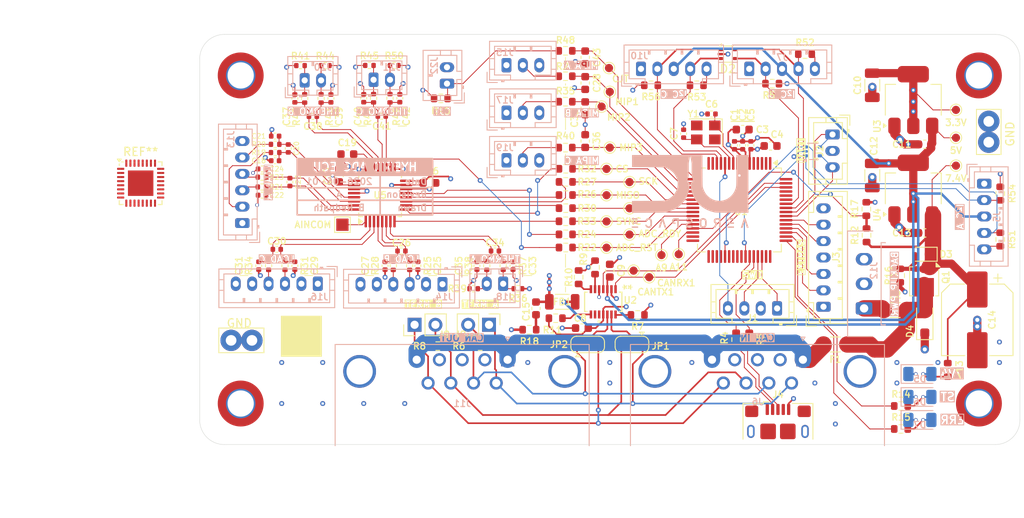
<source format=kicad_pcb>
(kicad_pcb (version 20241229) (generator "pcbnew") (generator_version "9.0")
  (title_block (title "ADC ECU Board") (date "2025-05-15") (rev "A") (company "Hybrid Test Stand 2025") (comment 1 "Drawn: Brad Redpath") (comment 2 "Checked:"))
  (layers (0 "F.Cu" signal) (4 "In1.Cu" signal) (6 "In2.Cu" signal) (2 "B.Cu" signal) (13 "F.Paste" user) (15 "B.Paste" user) (5 "F.SilkS" user "F.Silkscreen") (7 "B.SilkS" user "B.Silkscreen") (1 "F.Mask" user) (3 "B.Mask" user) (25 "Edge.Cuts" user))
  (net 0 "")
  (net 1 "+3V3")
  (net 2 "GND")
  (net 3 "+7V4")
  (net 4 "/CANL1")
  (net 5 "/CANH1")
  (net 7 "/CANL2")
  (net 9 "/LED1")
  (net 10 "/LED2")
  (net 11 "/I2C2_SCL")
  (net 12 "/I2C2_SDA")
  (net 13 "Net-(D6-A)")
  (net 14 "/+7V4_CAN")
  (net 15 "/SWDIO")
  (net 16 "/NRST")
  (net 17 "/SWCLK")
  (net 18 "/E1")
  (net 19 "/E3")
  (net 20 "/E4")
  (net 21 "/E2")
  (net 22 "Net-(D3-A)")
  (net 23 "/UART2_RX")
  (net 24 "/I2C3_SDA")
  (net 25 "/I2C3_SCL")
  (net 26 "/UART2_TX")
  (net 27 "/I2C1_SCL")
  (net 28 "/I2C1_SDA")
  (net 29 "Net-(J9-Pin_2)")
  (net 30 "/A11")
  (net 31 "/USB_D+")
  (net 32 "/USB_D-")
  (net 33 "/CANH2")
  (net 34 "/SPI_MOSI")
  (net 35 "/SPI_MISO")
  (net 36 "/SPI_SCK")
  (net 37 "/CAN1_RX")
  (net 38 "/CAN1_TX")
  (net 39 "/A9")
  (net 40 "/CANH")
  (net 41 "/CANL")
  (net 42 "Net-(U1-PA9{slash}PA11)")
  (net 43 "Net-(U1-PA10{slash}PA12)")
  (net 44 "Net-(U2-STB1)")
  (net 45 "Net-(U2-TXD2)")
  (net 46 "Net-(U2-RXD2)")
  (net 47 "Net-(U2-STB2)")
  (net 48 "/2S+ A10")
  (net 49 "Net-(U1-PF0)")
  (net 50 "Net-(U1-PF1)")
  (net 51 "+5V")
  (net 77 "+5VA")
  (net 78 "Net-(U5-REFP0)")
  (net 79 "Net-(U5-REFOUT)")
  (net 80 "Net-(U5-REFN0)")
  (net 81 "Net-(U5-AIN0)")
  (net 82 "Net-(U5-AIN1)")
  (net 83 "Net-(U5-AIN2)")
  (net 84 "Net-(U5-AIN3)")
  (net 85 "/MIPA_A A1")
  (net 86 "Net-(U5-AIN4)")
  (net 87 "Net-(U5-AIN5)")
  (net 88 "/MIPA_B A2")
  (net 89 "Net-(U5-REFP1_AIN6)")
  (net 90 "Net-(U5-REFN1_AIN7)")
  (net 91 "/MIPA_C A3")
  (net 92 "Net-(U5-GPIO0_AIN8)")
  (net 93 "Net-(U5-GPIO1_AIN9)")
  (net 94 "Net-(U5-GPIO2_AIN10)")
  (net 95 "Net-(U5-GPIO3_AIN11)")
  (net 96 "/CJT A0")
  (net 97 "Net-(D4-A2)")
  (net 98 "Net-(D5-A)")
  (net 99 "Net-(D7-A)")
  (net 100 "Net-(J12-Pin_1)")
  (net 101 "Net-(J8-Pin_2)")
  (net 102 "/Analog Domain/LC_A_SENSE+")
  (net 103 "/Analog Domain/LC_A_SENSE-")
  (net 104 "/Analog Domain/LC_A_SIG-")
  (net 105 "/Analog Domain/LC_A_SIG+")
  (net 106 "/Analog Domain/LC_B_SIG+")
  (net 107 "/Analog Domain/LC_B_SIG-")
  (net 108 "/Analog Domain/LC_B_SENSE+")
  (net 109 "/Analog Domain/LC_B_SENSE-")
  (net 110 "Net-(J15-Pin_2)")
  (net 111 "/Analog Domain/LC_C_SENSE+")
  (net 112 "/Analog Domain/LC_C_SENSE-")
  (net 113 "/Analog Domain/LC_C_SIG-")
  (net 114 "/Analog Domain/LC_C_SIG+")
  (net 115 "Net-(J17-Pin_2)")
  (net 116 "Net-(J18-Pin_2)")
  (net 117 "Net-(J18-Pin_1)")
  (net 118 "Net-(J19-Pin_2)")
  (net 119 "Net-(J20-Pin_2)")
  (net 120 "Net-(J20-Pin_1)")
  (net 121 "Net-(J21-Pin_1)")
  (net 122 "Net-(J21-Pin_2)")
  (net 123 "Net-(J22-Pin_1)")
  (net 124 "/~{ADC_RST}")
  (net 125 "Net-(U5-RESET_N)")
  (net 126 "Net-(U5-DRDY_N)")
  (net 127 "/~{ADC_RDY}")
  (net 128 "Net-(U5-DOUT_DRDY_N)")
  (net 129 "Net-(U5-SCLK)")
  (net 130 "Net-(U5-DIN)")
  (net 131 "Net-(U5-CS_N)")
  (net 132 "/SPI_SD_CS")
  (net 133 "/SYNC")
  (net 134 "Net-(U5-START_SYNC)")
  (net 135 "Net-(U5-AINCOM)")
  (net 143 "Net-(C15-Pad2)")
  (net 145 "/CAN1_AUX")
  (footprint "Capacitor_SMD:C_0402_1005Metric" (layer "F.Cu") (at 155.2 83.52 90)
    (property "Reference" "C1")
    (property "Value" "100n")
  )
  (footprint "Inductor_SMD:L_1206_3216Metric" (layer "F.Cu") (at 134.2 102.6 180)
    (property "Reference" "FB1")
    (property "Value" "FerriteBead")
  )
  (footprint "Capacitor_SMD:C_0603_1608Metric" (layer "F.Cu") (at 137 72.8 -90)
    (property "Reference" "C43")
    (property "Value" "100n")
  )
  (footprint "Connector_JST:JST_PH_B3B-PH-K_1x03_P2.00mm_Vertical" (layer "F.Cu") (at 167.15 82.2 -90)
    (property "Reference" "J2")
    (property "Value" "UART JST")
  )
  (footprint "TestPoint:TestPoint_Pad_D1.0mm" (layer "F.Cu") (at 139.6 89.6)
    (property "Reference" "TP10" (hide yes))
    (property "Value" "MISO")
  )
  (footprint "Capacitor_SMD:C_0603_1608Metric" (layer "F.Cu") (at 137 79 -90)
    (property "Reference" "C32")
    (property "Value" "100n")
  )
  (footprint "Capacitor_SMD:C_0402_1005Metric" (layer "F.Cu") (at 128.2 98.2 -90)
    (property "Reference" "C33")
    (property "Value" "390p")
  )
  (footprint "Capacitor_SMD:C_0402_1005Metric" (layer "F.Cu") (at 101.6 77.8 90)
    (property "Reference" "C37")
    (property "Value" "390p")
  )
  (footprint "MountingHole:MountingHole_3.2mm_M3_DIN965_Pad_TopOnly" (layer "F.Cu") (at 185 115)
    (property "Reference" "H4" (hide yes))
    (property "Value" "~")
  )
  (footprint "Capacitor_SMD:C_0402_1005Metric" (layer "F.Cu") (at 123.8 98.2 90)
    (property "Reference" "C35")
    (property "Value" "390p")
  )
  (footprint "Resistor_SMD:R_0402_1005Metric" (layer "F.Cu") (at 125 98.2 -90)
    (property "Reference" "R38")
    (property "Value" "2K")
  )
  (footprint "Resistor_SMD:R_0402_1005Metric" (layer "F.Cu") (at 123.4 101 180)
    (property "Reference" "R39")
    (property "Value" "1M")
  )
  (footprint "Capacitor_SMD:C_0402_1005Metric" (layer "F.Cu") (at 97.2 98.2 90)
    (property "Reference" "C31")
    (property "Value" "390p")
  )
  (footprint "Resistor_SMD:R_0402_1005Metric" (layer "F.Cu") (at 102.29 73.8)
    (property "Reference" "R41")
    (property "Value" "1M")
  )
  (footprint "Connector_PinHeader_2.54mm:PinHeader_1x02_P2.54mm_Vertical" (layer "F.Cu") (at 125.275 105.4 -90)
    (property "Reference" "J8")
    (property "Value" "CAN1_T")
  )
  (footprint "Package_DFN_QFN:QFN-32-1EP_5x5mm_P0.5mm_EP3.1x3.1mm" (layer "F.Cu") (at 82.804 88.138)
    (property "Reference" "REF**")
    (property "Value" "QFN-32-1EP_5x5mm_P0.5mm_EP3.1x3.1mm")
  )
  (footprint "Resistor_SMD:R_0603_1608Metric" (layer "F.Cu") (at 134.6 78.2)
    (property "Reference" "R35")
    (property "Value" "2K")
  )
  (footprint "Capacitor_SMD:C_0603_1608Metric" (layer "F.Cu") (at 137 75.925 -90)
    (property "Reference" "C28")
    (property "Value" "100n")
  )
  (footprint "Capacitor_SMD:C_0402_1005Metric" (layer "F.Cu") (at 116.6 98.2 -90)
    (property "Reference" "C25")
    (property "Value" "390p")
  )
  (footprint "Resistor_SMD:R_0603_1608Metric" (layer "F.Cu") (at 181.2 110.9 -90)
    (property "Reference" "R13")
    (property "Value" "549R")
  )
  (footprint "Capacitor_SMD:C_0402_1005Metric" (layer "F.Cu") (at 99.4 96.2 180)
    (property "Reference" "C30")
    (property "Value" "3n9")
  )
  (footprint "Capacitor_SMD:C_0402_1005Metric" (layer "F.Cu") (at 152.4 79.7 180)
    (property "Reference" "C6")
    (property "Value" "?")
  )
  (footprint "Resistor_SMD:R_0603_1608Metric" (layer "F.Cu") (at 171.3 94.4875 90)
    (property "Reference" "R12")
    (property "Value" "14K3")
  )
  (footprint "TestPoint:TestPoint_Pad_D1.0mm" (layer "F.Cu") (at 182.2 86)
    (property "Reference" "TP16" (hide yes))
    (property "Value" "7.4V")
  )
  (footprint "Resistor_SMD:R_0603_1608Metric" (layer "F.Cu") (at 134.6 75.1)
    (property "Reference" "R29")
    (property "Value" "2K")
  )
  (footprint "Capacitor_SMD:C_0603_1608Metric" (layer "F.Cu") (at 131 103.4 -90)
    (property "Reference" "C15")
    (property "Value" "10u")
  )
  (footprint "Resistor_SMD:R_0603_1608Metric" (layer "F.Cu") (at 134.6 83.8)
    (property "Reference" "R40")
    (property "Value" "2K")
  )
  (footprint "TestPoint:TestPoint_Pad_D1.0mm" (layer "F.Cu") (at 142.4 94.4)
    (property "Reference" "TP2" (hide yes))
    (property "Value" "ADC_RDY")
  )
  (footprint "TestPoint:TestPoint_Pad_D1.0mm" (layer "F.Cu") (at 182.2 79.2)
    (property "Reference" "TP18" (hide yes))
    (property "Value" "3.3V")
  )
  (footprint "Jumper:SolderJumper-3_P1.3mm_Bridged12_RoundedPad1.0x1.5mm" (layer "F.Cu") (at 137.3 107.8)
    (property "Reference" "JP2")
    (property "Value" "CL SEL")
  )
  (footprint "Resistor_SMD:R_0402_1005Metric" (layer "F.Cu") (at 99.2 84.4 180)
    (property "Reference" "R19")
    (property "Value" "2K")
  )
  (footprint "Resistor_SMD:R_0603_1608Metric" (layer "F.Cu") (at 134.629319 86.380518 180)
    (property "Reference" "R32")
    (property "Value" "47R")
  )
  (footprint "Resistor_SMD:R_0603_1608Metric" (layer "F.Cu") (at 171.275 91.2875 90)
    (property "Reference" "R17")
    (property "Value" "9K53")
  )
  (footprint "Resistor_SMD:R_0402_1005Metric" (layer "F.Cu") (at 98.4 98.2 -90)
    (property "Reference" "R34")
    (property "Value" "2K")
  )
  (footprint "Capacitor_SMD:C_0402_1005Metric" (layer "F.Cu") (at 156.2 83.52 90)
    (property "Reference" "C2")
    (property "Value" "100n")
  )
  (footprint "Resistor_SMD:R_0603_1608Metric" (layer "F.Cu") (at 134.629319 89.580518 180)
    (property "Reference" "R26")
    (property "Value" "47R")
  )
  (footprint "Resistor_SMD:R_0402_1005Metric" (layer "F.Cu") (at 97.6 88.6 180)
    (property "Reference" "R21")
    (property "Value" "2K")
  )
  (footprint "TestPoint:TestPoint_Bridge_Pitch2.54mm_Drill1.3mm" (layer "F.Cu") (at 93.83 107.3)
    (property "Reference" "TP19" (hide yes))
    (property "Value" "GND")
  )
  (footprint "Connector_PinHeader_2.54mm:PinHeader_1x02_P2.54mm_Vertical" (layer "F.Cu") (at 116.2 105.4 90)
    (property "Reference" "J9")
    (property "Value" "CAN2_T")
  )
  (footprint "Resistor_SMD:R_0603_1608Metric" (layer "F.Cu") (at 163.8 72.4 180)
    (property "Reference" "R52")
    (property "Value" "10K")
  )
  (footprint "Diode_SMD:D_SOD-323F" (layer "F.Cu") (at 178.3 96.8 180)
    (property "Reference" "D3")
    (property "Value" "18V")
  )
  (footprint "TestPoint:TestPoint_Pad_D1.0mm" (layer "F.Cu") (at 139.6 86.4)
    (property "Reference" "TP8" (hide yes))
    (property "Value" "CS")
  )
  (footprint "Capacitor_SMD:C_0402_1005Metric" (layer "F.Cu") (at 99.2 85.4 180)
    (property "Reference" "C18")
    (property "Value" "390p")
  )
  (footprint "Capacitor_SMD:C_0402_1005Metric" (layer "F.Cu") (at 100.8 83.9 90)
    (property "Reference" "C20")
    (property "Value" "3n9")
  )
  (footprint "Capacitor_SMD:C_0402_1005Metric" (layer "F.Cu") (at 114.4 77.78 -90)
    (property "Reference" "C42")
    (property "Value" "390p")
  )
  (footprint "Resistor_SMD:R_0402_1005Metric" (layer "F.Cu") (at 97.6 87.4 180)
    (property "Reference" "R23")
    (property "Value" "2K")
  )
  (footprint "Capacitor_SMD:C_0603_1608Metric" (layer "F.Cu") (at 159.6 83.6)
    (property "Reference" "C4")
    (property "Value" "4u7")
  )
  (footprint "Resistor_SMD:R_0603_1608Metric" (layer "F.Cu") (at 134.629319 95.980518 180)
    (property "Reference" "R22")
    (property "Value" "47R")
  )
  (footprint "Resistor_SMD:R_0603_1608Metric" (layer "F.Cu") (at 134.629319 92.780518 180)
    (property "Reference" "R33")
    (property "Value" "47R")
  )
  (footprint "TestPoint:TestPoint_Pad_D1.0mm" (layer "F.Cu") (at 139.6 92.8)
    (property "Reference" "TP1" (hide yes))
    (property "Value" "SYNC")
  )
  (footprint "Resistor_SMD:R_0402_1005Metric" (layer "F.Cu") (at 102.8 77.8 90)
    (property "Reference" "R42")
    (property "Value" "2K")
  )
  (footprint "TestPoint:TestPoint_Bridge_Pitch2.54mm_Drill1.3mm" (layer "F.Cu") (at 186.2 83.14 90)
    (property "Reference" "TP20" (hide yes))
    (property "Value" "GND")
  )
  (footprint "TestPoint:TestPoint_Pad_D1.0mm" (layer "F.Cu") (at 182.2 82.6)
    (property "Reference" "TP17" (hide yes))
    (property "Value" "5V")
  )
  (footprint "Resistor_SMD:R_0603_1608Metric" (layer "F.Cu") (at 157 107.2 -90)
    (property "Reference" "R5")
    (property "Value" "27R")
  )
  (footprint "TestPoint:TestPoint_Pad_D1.0mm" (layer "F.Cu") (at 148.4 96.8)
    (property "Reference" "TP15" (hide yes))
    (property "Value" "A11")
  )
  (footprint "TestPoint:TestPoint_Pad_D1.0mm" (layer "F.Cu") (at 140 77)
    (property "Reference" "TP5" (hide yes))
    (property "Value" "MIP1")
  )
  (footprint "Resistor_SMD:R_0603_1608Metric" (layer "F.Cu") (at 136.2 99.6 -90)
    (property "Reference" "R10")
    (property "Value" "100K")
  )
  (footprint "Resistor_SMD:R_0402_1005Metric" (layer "F.Cu") (at 127 98.2 -90)
    (property "Reference" "R37")
    (property "Value" "2K")
  )
  (footprint "TestPoint:TestPoint_Pad_D1.0mm" (layer "F.Cu") (at 139.9 74.1)
    (property "Reference" "TP4" (hide yes))
    (property "Value" "CJT")
  )
  (footprint "Capacitor_SMD:C_0603_1608Metric" (layer "F.Cu") (at 156.2 81.6)
    (property "Reference" "C3")
    (property "Value" "4u7")
  )
  (footprint "Connector_JST:JST_PH_B7B-PH-K_1x07_P2.00mm_Vertical" (layer "F.Cu") (at 166.05 103.2 90)
    (property "Reference" "J3")
    (property "Value" "Extras JST")
  )
  (footprint "Capacitor_SMD:C_0402_1005Metric" (layer "F.Cu") (at 106 77.8 -90)
    (property "Reference" "C39")
    (property "Value" "390p")
  )
  (footprint "TestPoint:TestPoint_Pad_D1.0mm" (layer "F.Cu") (at 142.4 91.2)
    (property "Reference" "TP11" (hide yes))
    (property "Value" "MOSI")
  )
  (footprint "Capacitor_SMD:C_0402_1005Metric" (layer "F.Cu") (at 149 82.1 90)
    (property "Reference" "C7")
    (property "Value" "?")
  )
  (footprint "Capacitor_SMD:C_0603_1608Metric" (layer "F.Cu") (at 140 98.8 90)
    (property "Reference" "C9")
    (property "Value" "100n")
  )
  (footprint "Capacitor_SMD:C_0603_1608Metric" (layer "F.Cu") (at 178.4 94.2 180)
    (property "Reference" "C13")
    (property "Value" "10u")
  )
  (footprint "TestPoint:TestPoint_Pad_1.5x1.5mm" (layer "F.Cu") (at 107.4 93.2)
    (property "Reference" "TP29" (hide yes))
    (property "Value" "AINCOM")
  )
  (footprint "Resistor_SMD:R_0603_1608Metric" (layer "F.Cu") (at 133.4 104.6 180)
    (property "Reference" "R11")
    (property "Value" "100K")
  )
  (footprint "Package_TO_SOT_SMD:SOT-665" (layer "F.Cu") (at 154.4 72.4)
    (property "Reference" "D2")
    (property "Value" "PESD3V3L4UW")
  )
  (footprint "MountingHole:MountingHole_3.2mm_M3_DIN965_Pad_TopOnly" (layer "F.Cu") (at 95 115)
    (property "Reference" "H3" (hide yes))
    (property "Value" "~")
  )
  (footprint "Capacitor_SMD:C_0402_1005Metric" (layer "F.Cu") (at 157.2 83.52 90)
    (property "Reference" "C5")
    (property "Value" "100n")
  )
  (footprint "Resistor_SMD:R_0402_1005Metric" (layer "F.Cu") (at 128.8 101 180)
    (property "Reference" "R36")
    (property "Value" "1M")
  )
  (footprint "Jumper:SolderJumper-3_P1.3mm_Bridged12_RoundedPad1.0x1.5mm" (layer "F.Cu") (at 142.7 107.8 180)
    (property "Reference" "JP1")
    (property "Value" "CH SEL")
  )
  (footprint "Capacitor_SMD:C_0603_1608Metric" (layer "F.Cu") (at 178.4 83.4 180)
    (property "Reference" "C11")
    (property "Value" "10u")
  )
  (footprint "Resistor_SMD:R_0402_1005Metric" (layer "F.Cu") (at 105.31 73.8)
    (property "Reference" "R44")
    (property "Value" "1M")
  )
  (footprint "Custom:SOT23_DYY_TEX" (layer "F.Cu") (at 139.2 102.6 -90)
    (property "Reference" "U2")
    (property "Value" "TCAN1046")
  )
  (footprint "Capacitor_SMD:C_0402_1005Metric" (layer "F.Cu") (at 97.6 86.4)
    (property "Reference" "C24")
    (property "Value" "390p")
  )
  (footprint "Capacitor_SMD:C_1206_3216Metric" (layer "F.Cu") (at 172 87.2 -90)
    (property "Reference" "C12")
    (property "Value" "22u")
  )
  (footprint "Capacitor_SMD:C_0402_1005Metric" (layer "F.Cu") (at 126 96.4 180)
    (property "Reference" "C34")
    (property "Value" "3n9")
  )
  (footprint "TestPoint:TestPoint_Pad_D1.0mm" (layer "F.Cu") (at 142.9 98.8)
    (property "Reference" "TP14" (hide yes))
    (property "Value" "CANTX1")
  )
  (footprint "Capacitor_SMD:C_0402_1005Metric" (layer "F.Cu") (at 97.6 89.6 180)
    (property "Reference" "C22")
    (property "Value" "390p")
  )
  (footprint "Capacitor_SMD:C_0402_1005Metric" (layer "F.Cu") (at 99.2 82.4)
    (property "Reference" "C21")
    (property "Value" "390p")
  )
  (footprint "Package_TO_SOT_SMD:SOT-223-3_TabPin2" (layer "F.Cu") (at 177 78 90)
    (property "Reference" "U3")
    (property "Value" "AZ1117C-3.3")
  )
  (footprint "Resistor_SMD:R_0603_1608Metric" (layer "F.Cu") (at 138.2 98.4 -90)
    (property "Reference" "R9")
    (property "Value" "100K")
  )
  (footprint "Resistor_SMD:R_0402_1005Metric" (layer "F.Cu") (at 100.4 98.2 -90)
    (property "Reference" "R31")
    (property "Value" "2K")
  )
  (footprint "Resistor_SMD:R_0402_1005Metric" (layer "F.Cu") (at 104.8 77.8 90)
    (property "Reference" "R43")
    (property "Value" "2K")
  )
  (footprint "TestPoint:TestPoint_Pad_D1.0mm" (layer "F.Cu") (at 139 78.8)
    (property "Reference" "TP6" (hide yes))
    (property "Value" "MIP2")
  )
  (footprint "Resistor_SMD:R_0603_1608Metric" (layer "F.Cu") (at 134.629319 91.180518 180)
    (property "Reference" "R30")
    (property "Value" "47R")
  )
  (footprint "TestPoint:TestPoint_Pad_D1.0mm" (layer "F.Cu") (at 146.3 96.9)
    (property "Reference" "TP12" (hide yes))
    (property "Value" "A9")
  )
  (footprint "Package_QFP:LQFP-32_5x5mm_P0.5mm" (layer "F.Cu") (at 112 89.6 90)
    (property "Reference" "U5")
    (property "Value" "ADS124S08IRHBR")
  )
  (footprint "Resistor_SMD:R_0603_1608Metric" (layer "F.Cu") (at 119.025 108)
    (property "Reference" "R8")
    (property "Value" "120R")
  )
  (footprint "Capacitor_SMD:C_0402_1005Metric" (layer "F.Cu") (at 112.2 79.98)
    (property "Reference" "C41")
    (property "Value" "3n9")
  )
  (footprint "Resistor_SMD:R_0603_1608Metric" (layer "F.Cu") (at 134.629319 87.980518 180)
    (property "Reference" "R27")
    (property "Value" "47R")
  )
  (footprint "Resistor_SMD:R_0603_1608Metric" (layer "F.Cu") (at 143.4 104.2)
    (property "Reference" "R7")
    (property "Value" "100K")
  )
  (footprint "Capacitor_SMD:C_1206_3216Metric" (layer "F.Cu") (at 172 76.2 -90)
    (property "Reference" "C10")
    (property "Value" "22u")
  )
  (footprint "Resistor_SMD:R_0603_1608Metric" (layer "F.Cu") (at 159.8 76 180)
    (property "Reference" "R55")
    (property "Value" "10K")
  )
  (footprint "Resistor_SMD:R_0603_1608Metric" (layer "F.Cu") (at 130.2 106 180)
    (property "Reference" "R18")
    (property "Value" "2R")
  )
  (footprint "Resistor_SMD:R_0402_1005Metric" (layer "F.Cu") (at 113.6 98.2 -90)
    (property "Reference" "R28")
    (property "Value" "2K")
  )
  (footprint "Resistor_SMD:R_0603_1608Metric" (layer "F.Cu") (at 175.4 99.4 -90)
    (property "Reference" "R16")
    (property "Value" "100K")
  )
  (footprint "Resistor_SMD:R_0402_1005Metric" (layer "F.Cu") (at 115.6 98.2 -90)
    (property "Reference" "R25")
    (property "Value" "2K")
  )
  (footprint "Resistor_SMD:R_0603_1608Metric" (layer "F.Cu") (at 119.4 77.8)
    (property "Reference" "R46")
    (property "Value" "20K")
  )
  (footprint "Connector_JST:JST_PH_B4B-PH-K_1x04_P2.00mm_Vertical" (layer "F.Cu") (at 160.4 103.4 180)
    (property "Reference" "J1")
    (property "Value" "SWD JST PH")
  )
  (footprint "Capacitor_SMD:C_0402_1005Metric" (layer "F.Cu") (at 114.6 96.4 180)
    (property "Reference" "C26")
    (property "Value" "3n9")
  )
  (footprint "Resistor_SMD:R_0402_1005Metric" (layer "F.Cu") (at 111.2 77.78 90)
    (property "Reference" "R47")
    (property "Value" "2K")
  )
  (footprint "Capacitor_SMD:CP_Elec_8x10.5" (layer "F.Cu") (at 184.8 104.8 -90)
    (property "Reference" "C14")
    (property "Value" "100u")
  )
  (footprint "Fuse:Fuse_1206_3216Metric" (layer "F.Cu") (at 167.5 107.8 180)
    (property "Reference" "F1")
    (property "Value" "2A")
  )
  (footprint "Resistor_SMD:R_0603_1608Metric" (layer "F.Cu") (at 175.5 115.3)
    (property "Reference" "R14")
    (property "Value" "220R")
  )
  (footprint "Resistor_SMD:R_0402_1005Metric" (layer "F.Cu") (at 110.69 73.78)
    (property "Reference" "R45")
    (property "Value" "1M")
  )
  (footprint "Resistor_SMD:R_0603_1608Metric" (layer "F.Cu") (at 134.629319 94.380518 180)
    (property "Reference" "R24")
    (property "Value" "47R")
  )
  (footprint "Capacitor_SMD:C_0402_1005Metric" (layer "F.Cu") (at 112.6 98.2 90)
    (property "Reference" "C27")
    (property "Value" "390p")
  )
  (footprint "Package_QFP:LQFP-64_10x10mm_P0.5mm" (layer "F.Cu") (at 155.8 91.4 -90)
    (property "Reference" "U1")
    (property "Value" "STM32G0B1RCTx")
  )
  (footprint "TestPoint:TestPoint_Pad_D1.0mm" (layer "F.Cu") (at 140 83.8)
    (property "Reference" "TP7" (hide yes))
    (property "Value" "MIP3")
  )
  (footprint "Resistor_SMD:R_0402_1005Metric" (layer "F.Cu") (at 113.2 77.78 90)
    (property "Reference" "R49")
    (property "Value" "2K")
  )
  (footprint "Resistor_SMD:R_0603_1608Metric" (layer "F.Cu") (at 150.6 76.2 180)
    (property "Reference" "R53")
    (property "Value" "10K")
  )
  (footprint "Resistor_SMD:R_0603_1608Metric" (layer "F.Cu") (at 134.6 72 180)
    (property "Reference" "R48")
    (property "Value" "2K")
  )
  (footprint "TestPoint:TestPoint_Pad_D1.0mm" (layer "F.Cu") (at 144.8 99.6)
    (property "Reference" "TP13" (hide yes))
    (property "Value" "CANRX1")
  )
  (footprint "MountingHole:MountingHole_3.2mm_M3_DIN965_Pad_TopOnly" (layer "F.Cu") (at 95 75)
    (property "Reference" "H1" (hide yes))
    (property "Value" "~")
  )
  (footprint "Capacitor_SMD:C_0402_1005Metric" (layer "F.Cu") (at 101.6 98.2 -90)
    (property "Reference" "C29")
    (property "Value" "390p")
  )
  (footprint "Package_TO_SOT_SMD:SOT-223-3_TabPin2" (layer "F.Cu") (at 177 88.8 90)
    (property "Reference" "U4")
    (property "Value" "AZ1117C-5.0")
  )
  (footprint "Resistor_SMD:R_0402_1005Metric" (layer "F.Cu") (at 99.2 83.4 180)
    (property "Reference" "R20")
    (property "Value" "2K")
  )
  (footprint "Resistor_SMD:R_0603_1608Metric" (layer "F.Cu") (at 175.5 118.1)
    (property "Reference" "R15")
    (property "Value" "220R")
  )
  (footprint "Capacitor_SMD:C_0603_1608Metric" (layer "F.Cu") (at 137 83 90)
    (property "Reference" "C36")
    (property "Value" "100n")
  )
  (footprint "Capacitor_SMD:C_0402_1005Metric" (layer "F.Cu") (at 101 88 90)
    (property "Reference" "C23")
    (property "Value" "3n9")
  )
  (footprint "Capacitor_SMD:C_0603_1608Metric" (layer "F.Cu") (at 108 84.6 180)
    (property "Reference" "C19")
    (property "Value" "1u")
  )
  (footprint "Package_SON:Diodes_PowerDI3333-8" (layer "F.Cu") (at 178.325 100.1 -90)
    (property "Reference" "Q1")
    (property "Value" "DMP6023LFG")
  )
  (footprint "Fuse:Fuse_1206_3216Metric" (layer "F.Cu") (at 174.8 103.6)
    (property "Reference" "F2")
    (property "Value" "2A")
  )
  (footprint "Capacitor_SMD:C_0603_1608Metric" (layer "F.Cu") (at 136.6 105.8 180)
    (property "Reference" "C8")
    (property "Value" "100n")
  )
  (footprint "Crystal:Crystal_SMD_Abracon_ABM8G-4Pin_3.2x2.5mm" (layer "F.Cu") (at 151.7 81.95 180)
    (property "Reference" "Y1")
    (property "Value" "8MHz")
  )
  (footprint "Diode_SMD:D_SOD-123F" (layer "F.Cu") (at 178.4 105 90)
    (property "Reference" "D4")
    (property "Value" "9V 15.4VC")
  )
  (footprint "Capacitor_SMD:C_0402_1005Metric" (layer "F.Cu") (at 103.8 80)
    (property "Reference" "C38")
    (property "Value" "3n9")
  )
  (footprint "Resistor_SMD:R_0603_1608Metric" (layer "F.Cu") (at 145.025 76.2)
    (property "Reference" "R56")
    (property "Value" "10K")
  )
  (footprint "Resistor_SMD:R_0603_1608Metric" (layer "F.Cu") (at 124.2 108 180)
    (property "Reference" "R6")
    (property "Value" "120R")
  )
  (footprint "MountingHole:MountingHole_3.2mm_M3_DIN965_Pad_TopOnly" (layer "F.Cu") (at 185 75)
    (property "Reference" "H2" (hide yes))
    (property "Value" "~")
  )
  (footprint "Resistor_SMD:R_0603_1608Metric" (layer "F.Cu") (at 155.4 107.2 -90)
    (property "Reference" "R4")
    (property "Value" "27R")
  )
  (footprint "Resistor_SMD:R_0402_1005Metric" (layer "F.Cu") (at 113.71 73.78)
    (property "Reference" "R50")
    (property "Value" "1M")
  )
  (footprint "Resistor_SMD:R_0603_1608Metric" (layer "F.Cu") (at 187.6 95 90)
    (property "Reference" "R51")
    (property "Value" "10K")
  )
  (footprint "Capacitor_SMD:C_0603_1608Metric" (layer "F.Cu") (at 118 88.1)
    (property "Reference" "C16")
    (property "Value" "100n")
  )
  (footprint "Connector_USB:USB_Micro-B_Amphenol_10118193-0001LF_Horizontal" (layer "F.Cu") (at 160.5 118.4)
    (property "Reference" "J4")
    (property "Value" "USB_B_Micro")
  )
  (footprint "Resistor_SMD:R_0603_1608Metric" (layer "F.Cu") (at 187.6 89.4 -90)
    (property "Reference" "R54")
    (property "Value" "10K")
  )
  (footprint "Capacitor_SMD:C_0603_1608Metric" (layer "F.Cu") (at 107 87.2 90)
    (property "Reference" "C17")
    (property "Value" "330n")
  )
  (footprint "TestPoint:TestPoint_Pad_D1.0mm" (layer "F.Cu") (at 139.6 96)
    (property "Reference" "TP3" (hide yes))
    (property "Value" "ADC_RST")
  )
  (footprint "TestPoint:TestPoint_Pad_D1.0mm" (layer "F.Cu") (at 142.4 88)
    (property "Reference" "TP9" (hide yes))
    (property "Value" "SCK")
  )
  (footprint "Capacitor_SMD:C_0402_1005Metric" (layer "F.Cu") (at 110 77.78 90)
    (property "Reference" "C40")
    (property "Value" "390p")
  )
  (footprint "Connector_JST:JST_PH_B3B-PH-K_1x03_P2.00mm_Vertical" (layer "B.Cu") (at 127.4 73.75)
    (property "Reference" "J15")
    (property "Value" "MIPA_A")
  )
  (footprint "Connector_JST:JST_PH_B6B-PH-K_1x06_P2.00mm_Vertical" (layer "B.Cu") (at 119.6 100.45 180)
    (property "Reference" "J14")
    (property "Value" "Load Cell B")
  )
  (footprint "logo:uca_logo2" (layer "B.Cu") (at 149.8 88.6 180)
    (property "Reference" "G***" (hide yes))
    (property "Value" "LOGO" (hide yes))
  )
  (footprint "Connector_JST:JST_PH_B2B-PH-K_1x02_P2.00mm_Vertical" (layer "B.Cu") (at 102.8 75.6)
    (property "Reference" "J20")
    (property "Value" "Thermocouple B")
  )
  (footprint "Connector_JST:JST_PH_B5B-PH-K_1x05_P2.00mm_Vertical" (layer "B.Cu") (at 157 74.2)
    (property "Reference" "J7")
    (property "Value" "I2CB JST")
  )
  (footprint "Connector_Molex:Molex_Micro-Fit_3.0_43650-0315_1x03_P3.00mm_Vertical" (layer "B.Cu") (at 171 103.4 90)
    (property "Reference" "J12")
    (property "Value" "Backup Power")
  )
  (footprint "Package_TO_SOT_SMD:SOT-665" (layer "B.Cu") (at 164.75 84.26)
    (property "Reference" "D1" (hide yes))
    (property "Value" "PESD3V3L4UW")
  )
  (footprint "Connector_Dsub:DSUB-9_Pins_Horizontal_P2.77x2.84mm_EdgePinOffset7.70mm_Housed_MountingHolesOffset9.12mm" (layer "B.Cu") (at 127.54 109.66 180)
    (property "Reference" "J11")
    (property "Value" "DB9 Microfit")
  )
  (footprint "Connector_JST:JST_PH_B5B-PH-K_1x05_P2.00mm_Vertical" (layer "B.Cu") (at 143.8 74.2)
    (property "Reference" "J10")
    (property "Value" "I2CC JST")
  )
  (footprint "Connector_JST:JST_PH_B3B-PH-K_1x03_P2.00mm_Vertical" (layer "B.Cu") (at 127.4 79.55)
    (property "Reference" "J17")
    (property "Value" "MIPA_B")
  )
  (footprint "LED_SMD:LED_1206_3216Metric" (layer "B.Cu") (at 177.8 114.2)
    (property "Reference" "D6")
    (property "Value" "LED_G")
  )
  (footprint "Connector_JST:JST_PH_B6B-PH-K_1x06_P2.00mm_Vertical" (layer "B.Cu") (at 95.2 93 90)
    (property "Reference" "J13")
    (property "Value" "Load Cell A")
  )
  (footprint "LED_SMD:LED_1206_3216Metric" (layer "B.Cu") (at 177.8 117)
    (property "Reference" "D7")
    (property "Value" "LED_B")
  )
  (footprint "Connector_JST:JST_PH_B5B-PH-K_1x05_P2.00mm_Vertical" (layer "B.Cu") (at 185.65 88.2 -90)
    (property "Reference" "J5")
    (property "Value" "I2CA JST")
  )
  (footprint "Connector_JST:JST_PH_B2B-PH-K_1x02_P2.00mm_Vertical" (layer "B.Cu") (at 127 100.4 180)
    (property "Reference" "J18")
    (property "Value" "Thermocouple A")
  )
  (footprint "Connector_JST:JST_PH_B2B-PH-K_1x02_P2.00mm_Vertical" (layer "B.Cu") (at 120.15 76 90)
    (property "Reference" "J22")
    (property "Value" "Cold Juntion Thermistor")
  )
  (footprint "Connector_Dsub:DSUB-9_Pins_Horizontal_P2.77x2.84mm_EdgePinOffset7.70mm_Housed_MountingHolesOffset9.12mm" (layer "B.Cu") (at 163.54 109.66 180)
    (property "Reference" "J6")
    (property "Value" "DB9 Microfit")
  )
  (footprint "Connector_JST:JST_PH_B3B-PH-K_1x03_P2.00mm_Vertical" (layer "B.Cu") (at 127.4 85.35)
    (property "Reference" "J19")
    (property "Value" "MIPA_C")
  )
  (footprint "Connector_JST:JST_PH_B2B-PH-K_1x02_P2.00mm_Vertical" (layer "B.Cu") (at 111.2 75.53)
    (property "Reference" "J21")
    (property "Value" "Thermocouple C")
  )
  (footprint "Connector_JST:JST_PH_B6B-PH-K_1x06_P2.00mm_Vertical" (layer "B.Cu") (at 104.4 100.4 180)
    (property "Reference" "J16")
    (property "Value" "Load Cell C")
  )
  (footprint "LED_SMD:LED_1206_3216Metric" (layer "B.Cu") (at 177.8 111.4)
    (property "Reference" "D5")
    (property "Value" "LED_R")
  )
  (gr_line (start 117.9 99.4) (end 118.9 99.4) (stroke (width 0.1)) (layer "F.SilkS"))
  (gr_line (start 134.6 76.2) (end 134.6 76) (stroke (width 0.1)) (layer "F.SilkS"))
  (gr_rect (start 109.5 87.1) (end 114.5 92.1) (stroke (width 0.01)) (fill no) (layer "F.SilkS"))
  (gr_line (start 121.7 99.4) (end 122.7 99.4) (stroke (width 0.1)) (layer "F.SilkS"))
  (gr_line (start 105.9 81.2) (end 106.9 81.2) (stroke (width 0.1)) (layer "F.SilkS"))
  (gr_line (start 154.8 80.6) (end 157.6 80.6) (stroke (width 0.15)) (layer "F.SilkS"))
  (gr_rect (start 80.304 85.638) (end 85.304 90.638) (stroke (width 0.01)) (fill no) (layer "F.SilkS"))
  (gr_line (start 134.6 101.4) (end 134.6 100.8) (stroke (width 0.1)) (layer "F.SilkS"))
  (gr_line (start 100.6 81.2) (end 101.6 81.2) (stroke (width 0.1)) (layer "F.SilkS"))
  (gr_line (start 134.6 98.4) (end 134.6 96.8) (stroke (width 0.1)) (layer "F.SilkS"))
  (gr_rect (start 99.9 104.3) (end 104.9 109.3) (fill yes) (layer "F.SilkS"))
  (gr_line (start 114.2 81.18) (end 115.2 81.18) (stroke (width 0.1)) (layer "F.SilkS"))
  (gr_line (start 129.5 99.4) (end 130.5 99.4) (stroke (width 0.1)) (layer "F.SilkS"))
  (gr_line (start 134.6 73.2) (end 134.6 72.8) (stroke (width 0.1)) (layer "F.SilkS"))
  (gr_line (start 109.3 81.18) (end 110.3 81.18) (stroke (width 0.1)) (layer "F.SilkS"))
  (gr_line (start 134.6 81.6) (end 134.6 79.2) (stroke (width 0.1)) (layer "F.SilkS"))
  (gr_line (start 102.8 99.4) (end 103.8 99.4) (stroke (width 0.1)) (layer "F.SilkS"))
  (gr_line (start 110.2 99.4) (end 111.2 99.4) (stroke (width 0.1)) (layer "F.SilkS"))
  (gr_line (start 94.9 99.4) (end 95.9 99.4) (stroke (width 0.1)) (layer "F.SilkS"))
  (gr_line (start 134.6 85.6) (end 134.6 84.6) (stroke (width 0.1)) (layer "F.SilkS"))
  (gr_line (start 112 87.187) (end 112 92.013) (stroke (width 0.2)) (layer "B.SilkS"))
  (gr_line (start 102.017 88.698) (end 118.4 88.698) (stroke (width 0.2)) (layer "B.SilkS"))
  (gr_line (start 101.89 87.174) (end 118.4 87.174) (stroke (width 0.2)) (layer "B.SilkS"))
  (gr_line (start 101.89 90.222) (end 118.4 90.222) (stroke (width 0.2)) (layer "B.SilkS"))
  (gr_rect (start 101.89 85.142) (end 118.4 92) (stroke (width 0.2)) (fill no) (layer "B.SilkS"))
  (gr_line (start 90 117) (end 90 73) (stroke (width 0.05)) (layer "Edge.Cuts"))
  (gr_arc (start 187 70) (mid 189.12132 70.87868) (end 190 73) (stroke (width 0.05)) (layer "Edge.Cuts"))
  (gr_arc (start 93 120) (mid 90.87868 119.12132) (end 90 117) (stroke (width 0.05)) (layer "Edge.Cuts"))
  (gr_arc (start 90 73) (mid 90.87868 70.87868) (end 93 70) (stroke (width 0.05)) (layer "Edge.Cuts"))
  (gr_line (start 190 73) (end 190 117) (stroke (width 0.05)) (layer "Edge.Cuts"))
  (gr_line (start 187 120) (end 93 120) (stroke (width 0.05)) (layer "Edge.Cuts"))
  (gr_arc (start 190 117) (mid 189.12132 119.12132) (end 187 120) (stroke (width 0.05)) (layer "Edge.Cuts"))
  (gr_line (start 93 70) (end 187 70) (stroke (width 0.05)) (layer "Edge.Cuts"))
  (gr_text "SWD" (at 157.4 99.8 0) (layer "F.SilkS" knockout) (effects (font (size 0.8 0.8) (thickness 0.15) (bold yes)) (justify bottom)))
  (gr_text "UART" (at 163.8 84.2 90) (layer "F.SilkS" knockout) (effects (font (size 0.8 0.8) (thickness 0.15) (bold yes)) (justify bottom)))
  (gr_text "TERM A" (at 124.2 103.4 0) (layer "F.SilkS" knockout) (effects (font (size 0.8 0.8) (thickness 0.15) (bold yes)) (justify bottom)))
  (gr_text "EXTRAS" (at 163.8 97.2 90) (layer "F.SilkS" knockout) (effects (font (size 0.8 0.8) (thickness 0.15) (bold yes)) (justify bottom)))
  (gr_text "TERM B" (at 117.3 103.4 0) (layer "F.SilkS" knockout) (effects (font (size 0.8 0.8) (thickness 0.15) (bold yes)) (justify bottom)))
  (gr_text "MIPA A" (at 134.4 73.8 0) (layer "B.SilkS" knockout) (effects (font (size 0.8 0.8) (thickness 0.15) (bold yes)) (justify right mirror)))
  (gr_text "Revision" (at 117.8 89.968 0) (layer "B.SilkS") (effects (font (size 0.8 0.8) (thickness 0.15) (bold yes)) (justify left bottom mirror)))
  (gr_text "Date" (at 117.8 88.4 0) (layer "B.SilkS") (effects (font (size 0.8 0.8) (thickness 0.15) (bold yes)) (justify left bottom mirror)))
  (gr_text "LOAD B" (at 114.6 97.4 0) (layer "B.SilkS" knockout) (effects (font (size 0.8 0.8) (thickness 0.15) (bold yes)) (justify mirror)))
  (gr_text "ST" (at 180.2 114.2 0) (layer "B.SilkS" knockout) (effects (font (size 1 1) (thickness 0.2) (bold yes)) (justify right mirror)))
  (gr_text "${REVISION}" (at 107 90 0) (layer "B.SilkS") (effects (font (size 0.8 0.8) (thickness 0.15) (bold yes)) (justify bottom mirror)))
  (gr_text "ERR" (at 180.2 117 0) (layer "B.SilkS" knockout) (effects (font (size 1 1) (thickness 0.2) (bold yes)) (justify right mirror)))
  (gr_text "CAN IN" (at 158 107 0) (layer "B.SilkS" knockout) (effects (font (size 0.8 0.8) (thickness 0.15) (bold yes)) (justify mirror)))
  (gr_text "7V4" (at 180.2 111.4 0) (layer "B.SilkS" knockout) (effects (font (size 1 1) (thickness 0.2) (bold yes)) (justify right mirror)))
  (gr_text "MIPA B" (at 134.4 79.6 0) (layer "B.SilkS" knockout) (effects (font (size 0.8 0.8) (thickness 0.15) (bold yes)) (justify right mirror)))
  (gr_text "THERMO A" (at 126 97.4 0) (layer "B.SilkS" knockout) (effects (font (size 0.8 0.8) (thickness 0.15) (bold yes)) (justify mirror)))
  (gr_text "LOAD A" (at 98.4 88 90) (layer "B.SilkS" knockout) (effects (font (size 0.8 0.8) (thickness 0.15) (bold yes)) (justify mirror)))
  (gr_text "${CURRENT_DATE}" (at 107 88.4 0) (layer "B.SilkS") (effects (font (size 0.8 0.8) (thickness 0.15) (bold yes)) (justify bottom mirror)))
  (gr_text "I^{2}C B" (at 161 77.8 0) (layer "B.SilkS" knockout) (effects (font (size 0.8 0.8) (thickness 0.15) (bold yes)) (justify bottom mirror)))
  (gr_text "CJT" (at 119.6 79.4 0) (layer "B.SilkS" knockout) (effects (font (size 0.8 0.8) (thickness 0.15) (bold yes)) (justify mirror)))
  (gr_text "I^{2}C A" (at 183.2 92.2 90) (layer "B.SilkS" knockout) (effects (font (size 0.8 0.8) (thickness 0.15) (bold yes)) (justify bottom mirror)))
  (gr_text "I^{2}C C" (at 147.8 77.8 0) (layer "B.SilkS" knockout) (effects (font (size 0.8 0.8) (thickness 0.15) (bold yes)) (justify bottom mirror)))
  (gr_text "THERMO C" (at 112.2 79.4 0) (layer "B.SilkS" knockout) (effects (font (size 0.8 0.8) (thickness 0.15) (bold yes)) (justify mirror)))
  (gr_text "BACKUP PWR" (at 175.2 100.4 90) (layer "B.SilkS" knockout) (effects (font (size 0.8 0.8) (thickness 0.15) (bold yes)) (justify bottom mirror)))
  (gr_text "B Redpath" (at 107 91.6 0) (layer "B.SilkS") (effects (font (size 0.8 0.8) (thickness 0.15) (bold yes)) (justify bottom mirror)))
  (gr_text "MIPA C" (at 134.4 85.4 0) (layer "B.SilkS" knockout) (effects (font (size 0.8 0.8) (thickness 0.15) (bold yes)) (justify right mirror)))
  (gr_text "LOAD C" (at 99.4 97.4 0) (layer "B.SilkS" knockout) (effects (font (size 0.8 0.8) (thickness 0.15) (bold yes)) (justify mirror)))
  (gr_text "HYBRID ADC ECU" (at 110.145 86.158 0) (layer "B.SilkS" knockout) (effects (font (size 1 1) (thickness 0.2) (bold yes)) (justify mirror)))
  (gr_text "THERMO B" (at 103.8 79.4 0) (layer "B.SilkS" knockout) (effects (font (size 0.8 0.8) (thickness 0.15) (bold yes)) (justify mirror)))
  (gr_text "CAN OUT" (at 122 107 0) (layer "B.SilkS" knockout) (effects (font (size 0.8 0.8) (thickness 0.15) (bold yes)) (justify mirror)))
  (gr_text "Drawn" (at 117.8 91.6 0) (layer "B.SilkS") (effects (font (size 0.8 0.8) (thickness 0.15) (bold yes)) (justify left bottom mirror)))
  (segment (start 151.8 75.825) (end 151.425 76.2) (width 0.1) (layer "F.Cu") (net 1))
  (segment (start 156.05 84.85) (end 155.2 84) (width 0.2) (layer "F.Cu") (net 1))
  (segment (start 132.575 104.6) (end 132.575 105.575) (width 0.2) (layer "F.Cu") (net 1))
  (segment (start 177 78.2) (end 177 76.8) (width 1) (layer "F.Cu") (net 1))
  (segment (start 138.280674 105.8) (end 139.2 104.880674) (width 0.2) (layer "F.Cu") (net 1))
  (segment (start 154.44336 83.442449) (end 154.44336 81.95664) (width 0.2) (layer "F.Cu") (net 1))
  (segment (start 139.43781 103.2) (end 142 103.2) (width 0.2) (layer "F.Cu") (net 1))
  (segment (start 137.375 105.8) (end 138.280674 105.8) (width 0.2) (layer "F.Cu") (net 1))
  (segment (start 158.6 83.6) (end 158.825 83.6) (width 0.2) (layer "F.Cu") (net 1))
  (segment (start 139.2 104.140251) (end 139.2 103.43781) (width 0.2) (layer "F.Cu") (net 1))
  (segment (start 165 74.2) (end 165 72.775) (width 0.1) (layer "F.Cu") (net 1))
  (segment (start 182.2 79.2) (end 179.4 79.2) (width 0.1) (layer "F.Cu") (net 1))
  (segment (start 160.625 76) (end 161.6 76) (width 0.1) (layer "F.Cu") (net 1))
  (segment (start 179.4 79.2) (end 177 76.8) (width 0.1) (layer "F.Cu") (net 1))
  (segment (start 137.3875 98.3875) (end 138.2 97.575) (width 0.2) (layer "F.Cu") (net 1))
  (segment (start 157.05 85.725) (end 157.05 84.15) (width 0.2) (layer "F.Cu") (net 1))
  (segment (start 156.2 84) (end 155.2 84) (width 0.2) (layer "F.Cu") (net 1))
  (segment (start 154.8 81.6) (end 155.425 81.6) (width 0.2) (layer "F.Cu") (net 1))
  (segment (start 156.55 84.35) (end 156.2 84) (width 0.2) (layer "F.Cu") (net 1))
  (segment (start 115.175 88.35) (end 113.45 88.35) (width 0.2) (layer "F.Cu") (net 1))
  (segment (start 177 79.4) (end 177 78.2) (width 1) (layer "F.Cu") (net 1))
  (segment (start 157.05 84.15) (end 157.2 84) (width 0.2) (layer "F.Cu") (net 1))
  (segment (start 136.599 106.576) (end 137.375 105.8) (width 0.2) (layer "F.Cu") (net 1))
  (segment (start 157.2 84) (end 158 84) (width 0.2) (layer "F.Cu") (net 1))
  (segment (start 118.001 87.324) (end 120.324 87.324) (width 0.2) (layer "F.Cu") (net 1))
  (segment (start 143.4 76.2) (end 142.9 76.7) (width 0.1) (layer "F.Cu") (net 1))
  (segment (start 176.875 74.725) (end 177 74.85) (width 1) (layer "F.Cu") (net 1))
  (segment (start 132.575 105.575) (end 133.576 106.576) (width 0.2) (layer "F.Cu") (net 1))
  (segment (start 115.175 87.85) (end 116.975 87.85) (width 0.1) (layer "F.Cu") (net 1))
  (segment (start 187.6 88.575) (end 187.6 87) (width 0.1) (layer "F.Cu") (net 1))
  (segment (start 154.44336 81.95664) (end 154.8 81.6) (width 0.2) (layer "F.Cu") (net 1))
  (segment (start 136.2 98.775) (end 137 98.775) (width 0.2) (layer "F.Cu") (net 1))
  (segment (start 156.55 85.725) (end 156.55 84.35) (width 0.2) (layer "F.Cu") (net 1))
  (segment (start 144.225 104.2) (end 144.225 103.775) (width 0.2) (layer "F.Cu") (net 1))
  (segment (start 144.2 76.2) (end 143.4 76.2) (width 0.1) (layer "F.Cu") (net 1))
  (segment (start 165 72.775) (end 164.625 72.4) (width 0.1) (layer "F.Cu") (net 1))
  (segment (start 117.225 88.1) (end 118.001 87.324) (width 0.2) (layer "F.Cu") (net 1))
  (segment (start 116.975 87.85) (end 117.225 88.1) (width 0.1) (layer "F.Cu") (net 1))
  (segment (start 177 81.15) (end 177 79.4) (width 1) (layer "F.Cu") (net 1))
  (segment (start 151.8 74.2) (end 151.8 75.825) (width 0.1) (layer "F.Cu") (net 1))
  (segment (start 116.975 88.35) (end 117.225 88.1) (width 0.1) (layer "F.Cu") (net 1))
  (segment (start 158 84) (end 158.2 84) (width 0.2) (layer "F.Cu") (net 1))
  (segment (start 156.05 85.725) (end 156.05 84.85) (width 0.2) (layer "F.Cu") (net 1))
  (segment (start 120.324 87.324) (end 120.6 87.6) (width 0.2) (layer "F.Cu") (net 1))
  (segment (start 155.2 84) (end 155.000911 84) (width 0.2) (layer "F.Cu") (net 1))
  (segment (start 158.2 84) (end 158.6 83.6) (width 0.2) (layer "F.Cu") (net 1))
  (segment (start 133.576 106.576) (end 136.599 106.576) (width 0.2) (layer "F.Cu") (net 1))
  (segment (start 187.6 95.825) (end 186.025 95.825) (width 0.1) (layer "F.Cu") (net 1))
  (segment (start 155.000911 84) (end 154.44336 83.442449) (width 0.2) (layer "F.Cu") (net 1))
  (segment (start 172 74.725) (end 176.875 74.725) (width 1) (layer "F.Cu") (net 1))
  (segment (start 177 76.8) (end 177 74.85) (width 1) (layer "F.Cu") (net 1))
  (segment (start 115.175 88.35) (end 116.975 88.35) (width 0.1) (layer "F.Cu") (net 1))
  (segment (start 139.2 103.43781) (end 139.43781 103.2) (width 0.2) (layer "F.Cu") (net 1))
  (segment (start 113.45 88.35) (end 113.4 88.4) (width 0.2) (layer "F.Cu") (net 1))
  (segment (start 137 98.775) (end 137.3875 98.3875) (width 0.2) (layer "F.Cu") (net 1))
  (segment (start 144.225 103.775) (end 145 103) (width 0.2) (layer "F.Cu") (net 1))
  (segment (start 186.025 95.825) (end 185.65 96.2) (width 0.1) (layer "F.Cu") (net 1))
  (segment (start 139.2 104.880674) (end 139.2 104.140251) (width 0.2) (layer "F.Cu") (net 1))
  (via (at 158 84) (size 0.6) (drill 0.3) (layers "F.Cu" "B.Cu") (net 1))
  (via (at 142.8 76.8) (size 0.6) (drill 0.3) (layers "F.Cu" "B.Cu") (net 1))
  (via (at 187.6 87) (size 0.6) (drill 0.3) (layers "F.Cu" "B.Cu") (net 1))
  (via (at 177 79.4) (size 0.6) (drill 0.3) (layers "F.Cu" "B.Cu") (net 1))
  (via (at 113.4 88.4) (size 0.6) (drill 0.3) (layers "F.Cu" "B.Cu") (net 1))
  (via (at 145 103) (size 0.6) (drill 0.3) (layers "F.Cu" "B.Cu") (net 1))
  (via (at 137.3875 98.3875) (size 0.6) (drill 0.3) (layers "F.Cu" "B.Cu") (net 1))
  (via (at 154.44336 83.442449) (size 0.6) (drill 0.3) (layers "F.Cu" "B.Cu") (net 1))
  (via (at 142 103.2) (size 0.6) (drill 0.3) (layers "F.Cu" "B.Cu") (net 1))
  (via (at 120.6 87.6) (size 0.6) (drill 0.3) (layers "F.Cu" "B.Cu") (net 1))
  (via (at 177 76.8) (size 0.6) (drill 0.3) (layers "F.Cu" "B.Cu") (net 1))
  (via (at 177 78.2) (size 0.6) (drill 0.3) (layers "F.Cu" "B.Cu") (net 1))
  (via (at 161.6 76) (size 0.6) (drill 0.3) (layers "F.Cu" "B.Cu") (net 1))
  (segment (start 184.8 108.5) (end 184.8 105.6) (width 1) (layer "F.Cu") (net 2))
  (segment (start 114.4 76.38) (end 114.8 75.98) (width 0.1) (layer "F.Cu") (net 2))
  (segment (start 123.8 98.68) (end 123.8 99.6) (width 0.1) (layer "F.Cu") (net 2))
  (segment (start 109.4 86.425) (end 110.25 86.425) (width 0.1) (layer "F.Cu") (net 2))
  (segment (start 135.9 76.7) (end 135.7 76.5) (width 0.1) (layer "F.Cu") (net 2))
  (segment (start 178.4 106.4) (end 178.4 108.4) (width 1) (layer "F.Cu") (net 2))
  (segment (start 156.2 82.4) (end 156.2 82.375) (width 0.2) (layer "F.Cu") (net 2))
  (segment (start 136.075 73.575) (end 135.8 73.3) (width 0.1) (layer "F.Cu") (net 2))
  (segment (start 176.4 83.4) (end 175.95 83.4) (width 1) (layer "F.Cu") (net 2))
  (segment (start 140.200252 101.800172) (end 140.60008 102.2) (width 0.2) (layer "F.Cu") (net 2))
  (segment (start 108.1 86.1) (end 108.425 86.425) (width 0.1) (layer "F.Cu") (net 2))
  (segment (start 161.8 115) (end 162.4 114.4) (width 0.2) (layer "F.Cu") (net 2))
  (segment (start 107 86.425) (end 107.775 86.425) (width 0.1) (layer "F.Cu") (net 2))
  (segment (start 115.2 73.78) (end 115.4 73.98) (width 0.1) (layer "F.Cu") (net 2))
  (segment (start 98.72 85.4) (end 98.4 85.4) (width 0.2) (layer "F.Cu") (net 2))
  (segment (start 157.56 83.04) (end 157.2 83.04) (width 0.2) (layer "F.Cu") (net 2))
  (segment (start 175.95 94.2) (end 176.2 94.2) (width 1) (layer "F.Cu") (net 2))
  (segment (start 122.89 101) (end 122.89 100.51) (width 0.2) (layer "F.Cu") (net 2))
  (segment (start 114.775 86.425) (end 114.8 86.4) (width 0.2) (layer "F.Cu") (net 2))
  (segment (start 175.275 93.525) (end 175.95 94.2) (width 1) (layer "F.Cu") (net 2))
  (segment (start 110 76.38) (end 109.6 75.98) (width 0.1) (layer "F.Cu") (net 2))
  (segment (start 140.375 98.025) (end 141.2 97.2) (width 0.2) (layer "F.Cu") (net 2))
  (segment (start 138.698828 102.025) (end 138.698828 101.701172) (width 0.2) (layer "F.Cu") (net 2))
  (segment (start 110.15 89.35) (end 110.4 89.1) (width 0.1) (layer "F.Cu") (net 2))
  (segment (start 114.4 77.3) (end 114.4 76.38) (width 0.1) (layer "F.Cu") (net 2))
  (segment (start 172 77.675) (end 172 76.4) (width 1) (layer "F.Cu") (net 2))
  (segment (start 137 81) (end 137 79.575) (width 0.1) (layer "F.Cu") (net 2))
  (segment (start 97.2 98.68) (end 97.2 99.2) (width 0.2) (layer "F.Cu") (net 2))
  (segment (start 110.4 89.1) (end 110.15 88.85) (width 0.1) (layer "F.Cu") (net 2))
  (segment (start 174.7 92.95) (end 175.275 93.525) (width 1) (layer "F.Cu") (net 2))
  (segment (start 128.2 98.68) (end 128.2 99.6) (width 0.1) (layer "F.Cu") (net 2))
  (segment (start 161.8 115.725) (end 161.8 115) (width 0.2) (layer "F.Cu") (net 2))
  (segment (start 101.6 99.2) (end 101.4 99.4) (width 0.2) (layer "F.Cu") (net 2))
  (segment (start 155.55 86.95) (end 155.8 87.2) (width 0.2) (layer "F.Cu") (net 2))
  (segment (start 98.8 81.6) (end 98.72 81.68) (width 0.2) (layer "F.Cu") (net 2))
  (segment (start 122.89 100.51) (end 123.4 100) (width 0.2) (layer "F.Cu") (net 2))
  (segment (start 140.200252 101.059749) (end 140.200252 101.800172) (width 0.2) (layer "F.Cu") (net 2))
  (segment (start 149 81.62) (end 149 80.9) (width 0.1) (layer "F.Cu") (net 2))
  (segment (start 184.8 105.6) (end 184.8 104.8) (width 1) (layer "F.Cu") (net 2))
  (segment (start 97.12 89.6) (end 97.12 90.68) (width 0.1) (layer "F.Cu") (net 2))
  (segment (start 158 82.6) (end 157.56 83.04) (width 0.2) (layer "F.Cu") (net 2))
  (segment (start 98.72 82.4) (end 98.72 81.68) (width 0.2) (layer "F.Cu") (net 2))
  (segment (start 155.2 83.04) (end 157.2 83.04) (width 0.2) (layer "F.Cu") (net 2))
  (segment (start 138.699874 101.700126) (end 138.699874 101.059749) (width 0.2) (layer "F.Cu") (net 2))
  (segment (start 159.375 82.6) (end 160.375 83.6) (width 0.2) (layer "F.Cu") (net 2))
  (segment (start 108.425 86.425) (end 109.4 86.425) (width 0.1) (layer "F.Cu") (net 2))
  (segment (start 96.503498 86.882745) (end 96.986243 86.4) (width 0.1) (layer "F.Cu") (net 2))
  (segment (start 177.625 83.4) (end 176.4 83.4) (width 1) (layer "F.Cu") (net 2))
  (segment (start 137 82.225) (end 137 81) (width 0.1) (layer "F.Cu") (net 2))
  (segment (start 118 88.85) (end 118.025 88.85) (width 0.1) (layer "F.Cu") (net 2))
  (segment (start 108.825 89.35) (end 110.15 89.35) (width 0.1) (layer "F.Cu") (net 2))
  (segment (start 115.175 88.85) (end 118 88.85) (width 0.1) (layer "F.Cu") (net 2))
  (segment (start 101.6 76.4) (end 101.4 76.2) (width 0.1) (layer "F.Cu") (net 2))
  (segment (start 110.15 88.85) (end 108.825 88.85) (width 0.1) (layer "F.Cu") (net 2))
  (segment (start 172 88.675) (end 172 87.4) (width 1) (layer "F.Cu") (net 2))
  (segment (start 138.698828 101.701172) (end 138.699874 101.700126) (width 0.2) (layer "F.Cu") (net 2))
  (segment (start 106 76.4) (end 106.2 76.2) (width 0.1) (layer "F.Cu") (net 2))
  (segment (start 114.22 73.78) (end 115.2 73.78) (width 0.1) (layer "F.Cu") (net 2))
  (segment (start 106 77.32) (end 106 76.4) (width 0.1) (layer "F.Cu") (net 2))
  (segment (start 158 82.6) (end 159.375 82.6) (width 0.2) (layer "F.Cu") (net 2))
  (segment (start 137 76.7) (end 135.9 76.7) (width 0.1) (layer "F.Cu") (net 2))
  (segment (start 97.12 90.68) (end 97 90.8) (width 0.1) (layer "F.Cu") (net 2))
  (segment (start 129.375 106) (end 128 106) (width 0.3) (layer "F.Cu") (net 2))
  (segment (start 106.8 73.8) (end 107 74) (width 0.1) (layer "F.Cu") (net 2))
  (segment (start 175.95 83.4) (end 175.375 82.825) (width 1) (layer "F.Cu") (net 2))
  (segment (start 118.025 88.85) (end 118.775 88.1) (width 0.1) (layer "F.Cu") (net 2))
  (segment (start 113.75 86.425) (end 114.775 86.425) (width 0.2) (layer "F.Cu") (net 2))
  (segment (start 112.6 99.6) (end 112.6 98.68) (width 0.2) (layer "F.Cu") (net 2))
  (segment (start 140.60008 102.2) (end 140.8 102.2) (width 0.2) (layer "F.Cu") (net 2))
  (segment (start 101.6 98.68) (end 101.6 99.2) (width 0.2) (layer "F.Cu") (net 2))
  (segment (start 174.7 82.15) (end 174.7 81.15) (width 1) (layer "F.Cu") (net 2))
  (segment (start 155.55 85.725) (end 155.55 86.95) (width 0.2) (layer "F.Cu") (net 2))
  (segment (start 101.6 77.32) (end 101.6 76.4) (width 0.1) (layer "F.Cu") (net 2))
  (segment (start 175.4 100.225) (end 175.4 100.8) (width 0.5) (layer "F.Cu") (net 2))
  (segment (start 156.2 82.375) (end 156.975 81.6) (width 0.2) (layer "F.Cu") (net 2))
  (segment (start 176.2 94.2) (end 177.625 94.2) (width 1) (layer "F.Cu") (net 2))
  (segment (start 116.6 98.68) (end 116.6 99.6) (width 0.2) (layer "F.Cu") (net 2))
  (segment (start 134.2 105.8) (end 135.825 105.8) (width 0.2) (layer "F.Cu") (net 2))
  (segment (start 110 77.3) (end 110 76.38) (width 0.1) (layer "F.Cu") (net 2))
  (segment (start 105.82 73.8) (end 106.8 73.8) (width 0.1) (layer "F.Cu") (net 2))
  (segment (start 174.7 91.95) (end 174.7 92.95) (width 1) (layer "F.Cu") (net 2))
  (segment (start 128.2 99.6) (end 128.6 100) (width 0.1) (layer "F.Cu") (net 2))
  (segment (start 156.2 83.04) (end 156.2 82.4) (width 0.2) (layer "F.Cu") (net 2))
  (segment (start 98.4 85.4) (end 98 85) (width 0.2) (layer "F.Cu") (net 2))
  (segment (start 175.4 100.8) (end 176 101.4) (width 0.5) (layer "F.Cu") (net 2))
  (segment (start 97.2 99.2) (end 97.4 99.4) (width 0.2) (layer "F.Cu") (net 2))
  (segment (start 171.275 90.4625) (end 172.3375 90.4625) (width 0.3) (layer "F.Cu") (net 2))
  (segment (start 175.375 82.825) (end 174.7 82.15) (width 1) (layer "F.Cu") (net 2))
  (segment (start 107.225 85.225) (end 107.225 84.6) (width 0.1) (layer "F.Cu") (net 2))
  (segment (start 153.47 72.4) (end 154.4 72.4) (width 0.2) (layer "F.Cu") (net 2))
  (segment (start 96.986243 86.4) (end 97.12 86.4) (width 0.1) (layer "F.Cu") (net 2))
  (segment (start 108.1 86.1) (end 107.225 85.225) (width 0.1) (layer "F.Cu") (net 2))
  (segment (start 137 73.575) (end 136.075 73.575) (width 0.1) (layer "F.Cu") (net 2))
  (segment (start 151.92 79.7) (end 151.2 79.7) (width 0.1) (layer "F.Cu") (net 2))
  (segment (start 123.8 99.6) (end 123.4 100) (width 0.1) (layer "F.Cu") (net 2))
  (segment (start 107.775 86.425) (end 108.1 86.1) (width 0.1) (layer "F.Cu") (net 2))
  (segment (start 140 98.025) (end 140.375 98.025) (width 0.2) (layer "F.Cu") (net 2))
  (via (at 101.4 76.2) (size 0.6) (drill 0.3) (layers "F.Cu" "B.Cu") (net 2))
  (via (at 115 115) (size 0.6) (drill 0.3) (layers "F.Cu" "B.Cu") (net 2))
  (via (at 105 115) (size 0.6) (drill 0.3) (layers "F.Cu" "B.Cu") (net 2))
  (via (at 97 90.8) (size 0.45) (drill 0.3) (layers "F.Cu" "B.Cu") (net 2))
  (via (at 107 74) (size 0.6) (drill 0.3) (layers "F.Cu" "B.Cu") (net 2))
  (via (at 184.8 104.8) (size 1) (drill 0.5) (layers "F.Cu" "B.Cu") (net 2))
  (via (at 162.4 114.4) (size 0.6) (drill 0.3) (layers "F.Cu" "B.Cu") (net 2))
  (via (at 109.4 86.425) (size 0.6) (drill 0.3) (layers "F.Cu" "B.Cu") (net 2))
  (via (at 162.45 84.9) (size 0.6) (drill 0.3) (layers "F.Cu" "B.Cu") (net 2))
  (via (at 106.2 76.2) (size 0.6) (drill 0.3) (layers "F.Cu" "B.Cu") (net 2))
  (via (at 141.2 97.2) (size 0.6) (drill 0.3) (layers "F.Cu" "B.Cu") (net 2))
  (via (at 114.8 75.98) (size 0.6) (drill 0.3) (layers "F.Cu" "B.Cu") (net 2))
  (via (at 130 110) (size 0.6) (drill 0.3) (layers "F.Cu" "B.Cu") (net 2))
  (via (at 140 112.5) (size 0.6) (drill 0.3) (layers "F.Cu" "B.Cu") (net 2))
  (via (at 123.4 100) (size 0.6) (drill 0.3) (layers "F.Cu" "B.Cu") (net 2))
  (via (at 176 101.4) (size 0.6) (drill 0.3) (layers "F.Cu" "B.Cu") (net 2))
  (via (at 187.5 107.5) (size 0.6) (drill 0.3) (layers "F.Cu" "B.Cu") (net 2))
  (via (at 158 82.6) (size 0.6) (drill 0.3) (layers "F.Cu" "B.Cu") (net 2))
  (via (at 140.8 102.2) (size 0.6) (drill 0.3) (layers "F.Cu" "B.Cu") (net 2))
  (via (at 128 106) (size 0.6) (drill 0.3) (layers "F.Cu" "B.Cu") (net 2))
  (via (at 128.6 100) (size 0.6) (drill 0.3) (layers "F.Cu" "B.Cu") (net 2))
  (via (at 165 112.5) (size 0.6) (drill 0.3) (layers "F.Cu" "B.Cu") (net 2))
  (via (at 110 115) (size 0.6) (drill 0.3) (layers "F.Cu" "B.Cu") (net 2))
  (via (at 155.8 87.2) (size 0.6) (drill 0.3) (layers "F.Cu" "B.Cu") (net 2))
  (via (at 172 87.4) (size 1) (drill 0.5) (layers "F.Cu" "B.Cu") (net 2))
  (via (at 180 110) (size 0.6) (drill 0.3) (layers "F.Cu" "B.Cu") (net 2))
  (via (at 116.6 99.6) (size 0.6) (drill 0.3) (layers "F.Cu" "B.Cu") (net 2))
  (via (at 105 110) (size 0.6) (drill 0.3) (layers "F.Cu" "B.Cu") (net 2))
  (via (at 138.698828 102.025) (size 0.45) (drill 0.3) (layers "F.Cu" "B.Cu") (net 2))
  (via (at 112.6 99.6) (size 0.6) (drill 0.3) (layers "F.Cu" "B.Cu") (net 2))
  (via (at 167.5 115) (size 0.6) (drill 0.3) (layers "F.Cu" "B.Cu") (net 2))
  (via (at 176.2 94.2) (size 0.6) (drill 0.3) (layers "F.Cu" "B.Cu") (net 2))
  (via (at 114.8 86.4) (size 0.6) (drill 0.3) (layers "F.Cu" "B.Cu") (net 2))
  (via (at 135.8 73.3) (size 0.6) (drill 0.3) (layers "F.Cu" "B.Cu") (net 2))
  (via (at 177.3 114.2) (size 0.45) (drill 0.3) (layers "F.Cu" "B.Cu") (net 2))
  (via (at 135.7 76.5) (size 0.6) (drill 0.3) (layers "F.Cu" "B.Cu") (net 2))
  (via (at 137 81) (size 0.6) (drill 0.3) (layers "F.Cu" "B.Cu") (net 2))
  (via (at 178.4 108.4) (size 1) (drill 0.5) (layers "F.Cu" "B.Cu") (net 2))
  (via (at 151.2 79.7) (size 0.6) (drill 0.3) (layers "F.Cu" "B.Cu") (net 2))
  (via (at 187.5 110) (size 0.6) (drill 0.3) (layers "F.Cu" "B.Cu") (net 2))
  (via (at 98 85) (size 0.6) (drill 0.3) (layers "F.Cu" "B.Cu") (net 2))
  (via (at 100 115) (size 0.6) (drill 0.3) (layers "F.Cu" "B.Cu") (net 2))
  (via (at 140 110) (size 0.6) (drill 0.3) (layers "F.Cu" "B.Cu") (net 2))
  (via (at 115.4 73.98) (size 0.6) (drill 0.3) (layers "F.Cu" "B.Cu") (net 2))
  (via (at 108.1 86.1) (size 0.6) (drill 0.3) (layers "F.Cu" "B.Cu") (net 2))
  (via (at 154.4 72.4) (size 0.6) (drill 0.3) (layers "F.Cu" "B.Cu") (net 2))
  (via (at 134.2 105.8) (size 0.6) (drill 0.3) (layers "F.Cu" "B.Cu") (net 2))
  (via (at 97.4 99.4) (size 0.6) (drill 0.3) (layers "F.Cu" "B.Cu") (net 2))
  (via (at 175 110) (size 0.6) (drill 0.3) (layers "F.Cu" "B.Cu") (net 2))
  (via (at 109.6 75.98) (size 0.6) (drill 0.3) (layers "F.Cu" "B.Cu") (net 2))
  (via (at 149 80.9) (size 0.6) (drill 0.3) (layers "F.Cu" "B.Cu") (net 2))
  (via (at 110.4 89.1) (size 0.6) (drill 0.3) (layers "F.Cu" "B.Cu") (net 2))
  (via (at 150 110) (size 0.6) (drill 0.3) (layers "F.Cu" "B.Cu") (net 2))
  (via (at 184.8 105.6) (size 1) (drill 0.5) (layers "F.Cu" "B.Cu") (net 2))
  (via (at 176.4 83.4) (size 0.6) (drill 0.3) (layers "F.Cu" "B.Cu") (net 2))
  (via (at 167.5 117.5) (size 0.6) (drill 0.3) (layers "F.Cu" "B.Cu") (net 2))
  (via (at 175.375 82.825) (size 1) (drill 0.5) (layers "F.Cu" "B.Cu") (net 2))
  (via (at 101.4 99.4) (size 0.6) (drill 0.3) (layers "F.Cu" "B.Cu") (net 2))
  (via (at 156.2 82.4) (size 0.6) (drill 0.3) (layers "F.Cu" "B.Cu") (net 2))
  (via (at 177.3 111.4) (size 0.45) (drill 0.3) (layers "F.Cu" "B.Cu") (net 2))
  (via (at 118 88.85) (size 0.6) (drill 0.3) (layers "F.Cu" "B.Cu") (net 2))
  (via (at 172 76.4) (size 1) (drill 0.5) (layers "F.Cu" "B.Cu") (net 2))
  (via (at 172.3375 90.4625) (size 0.6) (drill 0.3) (layers "F.Cu" "B.Cu") (net 2))
  (via (at 100 110) (size 0.6) (drill 0.3) (layers "F.Cu" "B.Cu") (net 2))
  (via (at 177.3 117) (size 0.45) (drill 0.3) (layers "F.Cu" "B.Cu") (net 2))
  (via (at 98.8 81.6) (size 0.6) (drill 0.3) (layers "F.Cu" "B.Cu") (net 2))
  (via (at 175.275 93.525) (size 1) (drill 0.5) (layers "F.Cu" "B.Cu") (net 2))
  (via (at 175 112.5) (size 0.6) (drill 0.3) (layers "F.Cu" "B.Cu") (net 2))
  (via (at 96.503498 86.882745) (size 0.45) (drill 0.3) (layers "F.Cu" "B.Cu") (net 2))
  (segment (start 162.5 84.9) (end 163.14 84.26) (width 0.1) (layer "B.Cu") (net 2))
  (segment (start 163.14 84.26) (end 163.82 84.26) (width 0.1) (layer "B.Cu") (net 2))
  (segment (start 176.4 111.4) (end 177.3 111.4) (width 0.2) (layer "B.Cu") (net 2))
  (segment (start 176.4 114.2) (end 177.3 114.2) (width 0.2) (layer "B.Cu") (net 2))
  (segment (start 162.45 84.9) (end 162.5 84.9) (width 0.1) (layer "B.Cu") (net 2))
  (segment (start 176.4 117) (end 177.3 117) (width 0.2) (layer "B.Cu") (net 2))
  (segment (start 179.175 94.225) (end 179.175 94.2) (width 0.3) (layer "F.Cu") (net 3))
  (segment (start 181.654 97.954) (end 179.4 97.954) (width 1) (layer "F.Cu") (net 3))
  (segment (start 179.4 96.8) (end 179.4 97.954) (width 2) (layer "F.Cu") (net 3))
  (segment (start 182.2 86.1) (end 182.1 86) (width 0.1) (layer "F.Cu") (net 3))
  (segment (start 182.1 86) (end 181 86) (width 0.1) (layer "F.Cu") (net 3))
  (segment (start 171.3 95.3125) (end 171.8875 95.9) (width 0.3) (layer "F.Cu") (net 3))
  (segment (start 179.3 87.7) (end 179.3 91.95) (width 0.1) (layer "F.Cu") (net 3))
  (segment (start 181 86) (end 179.3 87.7) (width 0.1) (layer "F.Cu") (net 3))
  (segment (start 179.4 97.954) (end 179 98.354) (width 2) (layer "F.Cu") (net 3))
  (segment (start 179.4 96.8) (end 179.4 92.05) (width 2) (layer "F.Cu") (net 3))
  (segment (start 178.65 98.6) (end 179.3 98.6) (width 1) (layer "F.Cu") (net 3))
  (segment (start 181.2 104.7) (end 184.8 101.1) (width 0.2) (layer "F.Cu") (net 3))
  (segment (start 184.8 101.1) (end 181.654 97.954) (width 1) (layer "F.Cu") (net 3))
  (segment (start 177.5 95.9) (end 179.175 94.225) (width 0.3) (layer "F.Cu") (net 3))
  (segment (start 181.2 110.075) (end 181.2 104.7) (width 0.2) (layer "F.Cu") (net 3))
  (segment (start 171.8875 95.9) (end 177.5 95.9) (width 0.3) (layer "F.Cu") (net 3))
  (segment (start 178.65 98.6) (end 178.261 98.6) (width 1) (layer "F.Cu") (net 3))
  (segment (start 123.375 112.49) (end 123.385 112.5) (width 0.2) (layer "F.Cu") (net 4))
  (segment (start 136 108.8) (end 136 107.8) (width 0.2) (layer "F.Cu") (net 4))
  (segment (start 123.375 108) (end 123.375 112.49) (width 0.2) (layer "F.Cu") (net 4))
  (segment (start 137 113.8) (end 137 109.8) (width 0.2) (layer "F.Cu") (net 4))
  (segment (start 137 109.8) (end 136 108.8) (width 0.2) (layer "F.Cu") (net 4))
  (via (at 137 113.8) (size 0.6) (drill 0.3) (layers "F.Cu" "B.Cu") (net 4))
  (segment (start 128 111.2) (end 130.6 113.8) (width 0.2) (layer "B.Cu") (net 4))
  (segment (start 130.6 113.8) (end 137 113.8) (width 0.2) (layer "B.Cu") (net 4))
  (segment (start 137 113.8) (end 158.085 113.8) (width 0.2) (layer "B.Cu") (net 4))
  (segment (start 124.685 111.2) (end 128 111.2) (width 0.2) (layer "B.Cu") (net 4))
  (segment (start 123.385 112.5) (end 124.685 111.2) (width 0.2) (layer "B.Cu") (net 4))
  (segment (start 158.085 113.8) (end 159.385 112.5) (width 0.2) (layer "B.Cu") (net 4))
  (segment (start 126 106.125) (end 125.275 105.4) (width 0.2) (layer "F.Cu") (net 5))
  (segment (start 142.8 110.2) (end 144 109) (width 0.2) (layer "F.Cu") (net 5))
  (segment (start 126.155 112.5) (end 126.155 110.955) (width 0.2) (layer "F.Cu") (net 5))
  (segment (start 126 110.8) (end 126 106.125) (width 0.2) (layer "F.Cu") (net 5))
  (segment (start 126.155 110.955) (end 126 110.8) (width 0.2) (layer "F.Cu") (net 5))
  (segment (start 142.8 115) (end 142.8 110.2) (width 0.2) (layer "F.Cu") (net 5))
  (segment (start 144 109) (end 144 107.8) (width 0.2) (layer "F.Cu") (net 5))
  (via (at 142.8 115) (size 0.6) (drill 0.3) (layers "F.Cu" "B.Cu") (net 5))
  (segment (start 142.8 115) (end 128.655 115) (width 0.2) (layer "B.Cu") (net 5))
  (segment (start 142.8 115) (end 159.655 115) (width 0.2) (layer "B.Cu") (net 5))
  (segment (start 159.655 115) (end 162.155 112.5) (width 0.2) (layer "B.Cu") (net 5))
  (segment (start 128.655 115) (end 126.155 112.5) (width 0.2) (layer "B.Cu") (net 5))
  (segment (start 138.6 117.4) (end 122.745 117.4) (width 0.2) (layer "F.Cu") (net 7))
  (segment (start 116.2 107.6) (end 117.845 109.245) (width 0.2) (layer "F.Cu") (net 7))
  (segment (start 116.2 105.4) (end 116.2 107.6) (width 0.2) (layer "F.Cu") (net 7))
  (segment (start 138.6 117.4) (end 148.945 117.4) (width 0.2) (layer "F.Cu") (net 7))
  (segment (start 138.6 115.8) (end 138.6 107.8) (width 0.2) (layer "F.Cu") (net 7))
  (segment (start 148.945 117.4) (end 153.845 112.5) (width 0.2) (layer "F.Cu") (net 7))
  (segment (start 117.845 109.245) (end 117.845 112.5) (width 0.2) (layer "F.Cu") (net 7))
  (segment (start 122.745 117.4) (end 117.845 112.5) (width 0.2) (layer "F.Cu") (net 7))
  (via (at 138.6 117.4) (size 0.6) (drill 0.3) (layers "F.Cu" "B.Cu") (net 7))
  (via (at 138.6 115.8) (size 0.6) (drill 0.3) (layers "F.Cu" "B.Cu") (net 7))
  (segment (start 138.6 117.4) (end 138.6 115.8) (width 0.2) (layer "B.Cu") (net 7))
  (segment (start 170.7 115.3) (end 174.675 115.3) (width 0.1) (layer "F.Cu") (net 9))
  (segment (start 167.7 106.7) (end 167.7 112.3) (width 0.1) (layer "F.Cu") (net 9))
  (segment (start 163.199 102.199) (end 167.7 106.7) (width 0.1) (layer "F.Cu") (net 9))
  (segment (start 162.901 101.875322) (end 163.199 102.173322) (width 0.1) (layer "F.Cu") (net 9))
  (segment (start 162.901 96.150322) (end 162.901 101.875322) (width 0.1) (layer "F.Cu") (net 9))
  (segment (start 163.199 102.173322) (end 163.199 102.199) (width 0.1) (layer "F.Cu") (net 9))
  (segment (start 162.249999 94.65) (end 162.9 95.300001) (width 0.1) (layer "F.Cu") (net 9))
  (segment (start 162.9 96.149322) (end 162.901 96.150322) (width 0.1) (layer "F.Cu") (net 9))
  (segment (start 161.475 94.65) (end 162.249999 94.65) (width 0.1) (layer "F.Cu") (net 9))
  (segment (start 162.9 95.300001) (end 162.9 96.149322) (width 0.1) (layer "F.Cu") (net 9))
  (segment (start 167.7 112.3) (end 170.7 115.3) (width 0.1) (layer "F.Cu") (net 9))
  (segment (start 171.7 118.1) (end 174.675 118.1) (width 0.1) (layer "F.Cu") (net 10))
  (segment (start 161.475 95.15) (end 162.6 96.275) (width 0.1) (layer "F.Cu") (net 10))
  (segment (start 162.898 102.298) (end 162.898 102.323678) (width 0.1) (layer "F.Cu") (net 10))
  (segment (start 162.6 96.275) (end 162.6 102) (width 0.1) (layer "F.Cu") (net 10))
  (segment (start 167.3 113.7) (end 171.7 118.1) (width 0.1) (layer "F.Cu") (net 10))
  (segment (start 162.6 102) (end 162.898 102.298) (width 0.1) (layer "F.Cu") (net 10))
  (segment (start 162.898 102.323678) (end 167.3 106.725678) (width 0.1) (layer "F.Cu") (net 10))
  (segment (start 167.3 106.725678) (end 167.3 113.7) (width 0.1) (layer "F.Cu") (net 10))
  (segment (start 163.6 90.2) (end 163.6 77.8) (width 0.1) (layer "F.Cu") (net 11))
  (segment (start 160.66 71.86) (end 163 74.2) (width 0.2) (layer "F.Cu") (net 11))
  (segment (start 163 72.425) (end 162.975 72.4) (width 0.1) (layer "F.Cu") (net 11))
  (segment (start 155.25 71.86) (end 160.66 71.86) (width 0.2) (layer "F.Cu") (net 11))
  (segment (start 163 77.2) (end 163 74.2) (width 0.1) (layer "F.Cu") (net 11))
  (segment (start 163.6 77.8) (end 163 77.2) (width 0.1) (layer "F.Cu") (net 11))
  (segment (start 163 74.2) (end 163 72.425) (width 0.1) (layer "F.Cu") (net 11))
  (segment (start 162.65 91.15) (end 163.6 90.2) (width 0.1) (layer "F.Cu") (net 11))
  (segment (start 161.475 91.15) (end 162.65 91.15) (width 0.1) (layer "F.Cu") (net 11))
  (segment (start 163 80.2) (end 159 76.2) (width 0.1) (layer "F.Cu") (net 12))
  (segment (start 157.74 72.94) (end 159 74.2) (width 0.2) (layer "F.Cu") (net 12))
  (segment (start 159 76.2) (end 159 74.2) (width 0.1) (layer "F.Cu") (net 12))
  (segment (start 155.25 72.94) (end 157.74 72.94) (width 0.2) (layer "F.Cu") (net 12))
  (segment (start 161.475 90.65) (end 162.249999 90.65) (width 0.1) (layer "F.Cu") (net 12))
  (segment (start 163 89.899999) (end 163 80.2) (width 0.1) (layer "F.Cu") (net 12))
  (segment (start 162.249999 90.65) (end 163 89.899999) (width 0.1) (layer "F.Cu") (net 12))
  (segment (start 177.1 115.3) (end 178.2 114.2) (width 0.2) (layer "F.Cu") (net 13))
  (segment (start 176.325 115.3) (end 177.1 115.3) (width 0.2) (layer "F.Cu") (net 13))
  (via (at 178.2 114.2) (size 0.45) (drill 0.3) (layers "F.Cu" "B.Cu") (net 13))
  (segment (start 179.2 114.2) (end 178.2 114.2) (width 0.2) (layer "B.Cu") (net 13))
  (segment (start 166.049 107.951) (end 166.049 107.8) (width 2) (layer "F.Cu") (net 14))
  (segment (start 163.54 109.66) (end 164.34 109.66) (width 2) (layer "F.Cu") (net 14))
  (segment (start 164.34 109.66) (end 166.049 107.951) (width 2) (layer "F.Cu") (net 14))
  (segment (start 117.38863 107.6) (end 126.6 107.6) (width 2) (layer "B.Cu") (net 14))
  (segment (start 116.46 108.52863) (end 117.38863 107.6) (width 2) (layer "B.Cu") (net 14))
  (segment (start 116.46 109.66) (end 116.46 108.52863) (width 2) (layer "B.Cu") (net 14))
  (segment (start 153.38863 107.6) (end 162.6 107.6) (width 2) (layer "B.Cu") (net 14))
  (segment (start 152.46 108.52863) (end 151.53137 107.6) (width 2) (layer "B.Cu") (net 14))
  (segment (start 128.6 107.6) (end 127.6 108.6) (width 2) (layer "B.Cu") (net 14))
  (segment (start 127.54 109.66) (end 127.54 108.66) (width 2) (layer "B.Cu") (net 14))
  (segment (start 163.54 108.54) (end 163.54 109.66) (width 2) (layer "B.Cu") (net 14))
  (segment (start 151.53137 107.6) (end 128.6 107.6) (width 2) (layer "B.Cu") (net 14))
  (segment (start 152.46 109.66) (end 152.46 108.52863) (width 2) (layer "B.Cu") (net 14))
  (segment (start 152.46 108.52863) (end 153.38863 107.6) (width 2) (layer "B.Cu") (net 14))
  (segment (start 126.6 107.6) (end 127.6 108.6) (width 2) (layer "B.Cu") (net 14))
  (segment (start 127.54 108.66) (end 127.6 108.6) (width 2) (layer "B.Cu") (net 14))
  (segment (start 162.6 107.6) (end 163.54 108.54) (width 2) (layer "B.Cu") (net 14))
  (segment (start 158.05 97.075) (end 158.05 99.75) (width 0.1) (layer "F.Cu") (net 15))
  (segment (start 156.4 101.4) (end 156.4 103.4) (width 0.1) (layer "F.Cu") (net 15))
  (segment (start 158.05 99.75) (end 156.4 101.4) (width 0.1) (layer "F.Cu") (net 15))
  (segment (start 154.05 85.725) (end 154.05 87.35) (width 0.2) (layer "F.Cu") (net 16))
  (segment (start 154.05 87.35) (end 154 87.4) (width 0.2) (layer "F.Cu") (net 16))
  (via (at 154.05 87.35) (size 0.6) (drill 0.3) (layers "F.Cu" "B.Cu") (net 16))
  (segment (start 154.05 87.35) (end 153.4 88) (width 0.1) (layer "B.Cu") (net 16))
  (segment (start 154.4 100.4) (end 154.4 103.4) (width 0.1) (layer "B.Cu") (net 16))
  (segment (start 153.4 99.4) (end 154.4 100.4) (width 0.1) (layer "B.Cu") (net 16))
  (segment (start 153.4 88) (end 153.4 99.4) (width 0.1) (layer "B.Cu") (net 16))
  (segment (start 158.55 97.075) (end 158.55 99.75) (width 0.1) (layer "F.Cu") (net 17))
  (segment (start 160.4 101.6) (end 160.4 103.4) (width 0.1) (layer "F.Cu") (net 17))
  (segment (start 158.55 99.75) (end 160.4 101.6) (width 0.1) (layer "F.Cu") (net 17))
  (segment (start 164.4 101.2) (end 166.05 101.2) (width 0.1) (layer "F.Cu") (net 18))
  (segment (start 163.5 94.9) (end 163.5 100.3) (width 0.1) (layer "F.Cu") (net 18))
  (segment (start 163.5 100.3) (end 164.4 101.2) (width 0.1) (layer "F.Cu") (net 18))
  (segment (start 161.475 94.15) (end 162.75 94.15) (width 0.1) (layer "F.Cu") (net 18))
  (segment (start 162.75 94.15) (end 163.5 94.9) (width 0.1) (layer "F.Cu") (net 18))
  (segment (start 161.475 93.15) (end 163.05 93.15) (width 0.1) (layer "F.Cu") (net 19))
  (segment (start 163.05 93.15) (end 165.1 95.2) (width 0.1) (layer "F.Cu") (net 19))
  (segment (start 165.1 95.2) (end 166.05 95.2) (width 0.1) (layer "F.Cu") (net 19))
  (segment (start 164.2 93.2) (end 166.05 93.2) (width 0.1) (layer "F.Cu") (net 20))
  (segment (start 163.65 92.65) (end 164.2 93.2) (width 0.1) (layer "F.Cu") (net 20))
  (segment (start 161.475 92.65) (end 163.65 92.65) (width 0.1) (layer "F.Cu") (net 20))
  (segment (start 164 98.6) (end 164.6 99.2) (width 0.1) (layer "F.Cu") (net 21))
  (segment (start 164.6 99.2) (end 166.05 99.2) (width 0.1) (layer "F.Cu") (net 21))
  (segment (start 164 94.7) (end 164 98.6) (width 0.1) (layer "F.Cu") (net 21))
  (segment (start 161.475 93.65) (end 162.95 93.65) (width 0.1) (layer "F.Cu") (net 21))
  (segment (start 162.95 93.65) (end 164 94.7) (width 0.1) (layer "F.Cu") (net 21))
  (segment (start 176.5 98.575) (end 177.285 98.575) (width 0.5) (layer "F.Cu") (net 22))
  (segment (start 177.2 97.875) (end 176.5 98.575) (width 0.5) (layer "F.Cu") (net 22))
  (segment (start 177.2 96.8) (end 177.2 97.875) (width 0.5) (layer "F.Cu") (net 22))
  (segment (start 177.285 98.575) (end 177.31 98.6) (width 0.5) (layer "F.Cu") (net 22))
  (segment (start 175.4 98.575) (end 176.5 98.575) (width 0.5) (layer "F.Cu") (net 22))
  (segment (start 162.75 91.65) (end 165 89.4) (width 0.1) (layer "F.Cu") (net 23))
  (segment (start 161.475 91.65) (end 162.75 91.65) (width 0.1) (layer "F.Cu") (net 23))
  (segment (start 165 89.4) (end 165 83) (width 0.1) (layer "F.Cu") (net 23))
  (segment (start 165.8 82.2) (end 167.15 82.2) (width 0.1) (layer "F.Cu") (net 23))
  (segment (start 165 83) (end 165.8 82.2) (width 0.1) (layer "F.Cu") (net 23))
  (segment (start 165.6 83.72) (end 165.63 83.72) (width 0.1) (layer "B.Cu") (net 23))
  (segment (start 165.63 83.72) (end 167.15 82.2) (width 0.1) (layer "B.Cu") (net 23))
  (segment (start 153.05 85.725) (end 153.05 84.85) (width 0.1) (layer "F.Cu") (net 24))
  (segment (start 145.8 81.6) (end 145.8 74.2) (width 0.1) (layer "F.Cu") (net 24))
  (segment (start 148.8 84.6) (end 145.8 81.6) (width 0.1) (layer "F.Cu") (net 24))
  (segment (start 152.8 84.6) (end 148.8 84.6) (width 0.1) (layer "F.Cu") (net 24))
  (segment (start 148.14 71.86) (end 145.8 74.2) (width 0.2) (layer "F.Cu") (net 24))
  (segment (start 153.55 71.86) (end 148.14 71.86) (width 0.2) (layer "F.Cu") (net 24))
  (segment (start 153.05 84.85) (end 152.8 84.6) (width 0.1) (layer "F.Cu") (net 24))
  (segment (start 149 84.2) (end 147.8 83) (width 0.1) (layer "F.Cu") (net 25))
  (segment (start 153.55 84.75) (end 153 84.2) (width 0.1) (layer "F.Cu") (net 25))
  (segment (start 149.8 77) (end 149.8 74.2) (width 0.1) (layer "F.Cu") (net 25))
  (segment (start 153.55 85.725) (end 153.55 84.75) (width 0.1) (layer "F.Cu") (net 25))
  (segment (start 153.55 72.94) (end 151.06 72.94) (width 0.2) (layer "F.Cu") (net 25))
  (segment (start 151.06 72.94) (end 149.8 74.2) (width 0.2) (layer "F.Cu") (net 25))
  (segment (start 147.8 79) (end 149.8 77) (width 0.1) (layer "F.Cu") (net 25))
  (segment (start 147.8 83) (end 147.8 79) (width 0.1) (layer "F.Cu") (net 25))
  (segment (start 153 84.2) (end 149 84.2) (width 0.1) (layer "F.Cu") (net 25))
  (segment (start 162.85 92.15) (end 167.15 87.85) (width 0.1) (layer "F.Cu") (net 26))
  (segment (start 161.475 92.15) (end 162.85 92.15) (width 0.1) (layer "F.Cu") (net 26))
  (segment (start 167.15 87.85) (end 167.15 86.2) (width 0.1) (layer "F.Cu") (net 26))
  (segment (start 165.75 84.8) (end 167.15 86.2) (width 0.1) (layer "B.Cu") (net 26))
  (segment (start 165.6 84.8) (end 165.75 84.8) (width 0.1) (layer "B.Cu") (net 26))
  (segment (start 185.675 94.175) (end 185.65 94.2) (width 0.1) (layer "F.Cu") (net 27))
  (segment (start 154.05 97.075) (end 154.05 95.55) (width 0.1) (layer "F.Cu") (net 27))
  (segment (start 154.05 95.55) (end 154.2 95.4) (width 0.1) (layer "F.Cu") (net 27))
  (segment (start 187.6 94.175) (end 185.675 94.175) (width 0.1) (layer "F.Cu") (net 27))
  (via (at 154.2 95.4) (size 0.6) (drill 0.3) (layers "F.Cu" "B.Cu") (net 27))
  (segment (start 186.8 89.2) (end 187.2 89.6) (width 0.1) (layer "B.Cu") (net 27))
  (segment (start 186.683912 94.2) (end 185.65 94.2) (width 0.1) (layer "B.Cu") (net 27))
  (segment (start 154.2 95.4) (end 154.2 92.2) (width 0.1) (layer "B.Cu") (net 27))
  (segment (start 183.8 89.2) (end 186.8 89.2) (width 0.1) (layer "B.Cu") (net 27))
  (segment (start 182.8 88.2) (end 183.8 89.2) (width 0.1) (layer "B.Cu") (net 27))
  (segment (start 187.2 89.6) (end 187.2 93.683912) (width 0.1) (layer "B.Cu") (net 27))
  (segment (start 164.8 84.2) (end 164.8 86.2) (width 0.1) (layer "B.Cu") (net 27))
  (segment (start 162.68 83.72) (end 163.9 83.72) (width 0.1) (layer "B.Cu") (net 27))
  (segment (start 164.8 86.2) (end 166.8 88.2) (width 0.1) (layer "B.Cu") (net 27))
  (segment (start 166.8 88.2) (end 182.8 88.2) (width 0.1) (layer "B.Cu") (net 27))
  (segment (start 164.32 83.72) (end 164.8 84.2) (width 0.1) (layer "B.Cu") (net 27))
  (segment (start 163.9 83.72) (end 164.32 83.72) (width 0.1) (layer "B.Cu") (net 27))
  (segment (start 154.2 92.2) (end 162.68 83.72) (width 0.1) (layer "B.Cu") (net 27))
  (segment (start 187.2 93.683912) (end 186.683912 94.2) (width 0.1) (layer "B.Cu") (net 27))
  (segment (start 156.55 97.075) (end 156.55 95.55) (width 0.1) (layer "F.Cu") (net 28))
  (segment (start 185.675 90.225) (end 185.65 90.2) (width 0.1) (layer "F.Cu") (net 28))
  (segment (start 156.55 95.55) (end 156.4 95.4) (width 0.1) (layer "F.Cu") (net 28))
  (segment (start 187.6 90.225) (end 185.675 90.225) (width 0.1) (layer "F.Cu") (net 28))
  (via (at 156.4 95.4) (size 0.6) (drill 0.3) (layers "F.Cu" "B.Cu") (net 28))
  (segment (start 166.4 88.8) (end 182.2 88.8) (width 0.1) (layer "B.Cu") (net 28))
  (segment (start 163.9 86.3) (end 166.4 88.8) (width 0.1) (layer "B.Cu") (net 28))
  (segment (start 183.6 90.2) (end 185.65 90.2) (width 0.1) (layer "B.Cu") (net 28))
  (segment (start 163.4 84.8) (end 163.9 84.8) (width 0.1) (layer "B.Cu") (net 28))
  (segment (start 163.9 84.8) (end 163.9 86.3) (width 0.1) (layer "B.Cu") (net 28))
  (segment (start 156.4 91.8) (end 163.4 84.8) (width 0.1) (layer "B.Cu") (net 28))
  (segment (start 156.4 95.4) (end 156.4 91.8) (width 0.1) (layer "B.Cu") (net 28))
  (segment (start 182.2 88.8) (end 183.6 90.2) (width 0.1) (layer "B.Cu") (net 28))
  (segment (start 118.74 107.26) (end 118.74 105.4) (width 0.2) (layer "F.Cu") (net 29))
  (segment (start 118.2 107.8) (end 118.74 107.26) (width 0.2) (layer "F.Cu") (net 29))
  (segment (start 118.2 108) (end 118.2 107.8) (width 0.2) (layer "F.Cu") (net 29))
  (segment (start 150.125 94.15) (end 149.350001 94.15) (width 0.1) (layer "F.Cu") (net 30))
  (segment (start 148.4 95.100001) (end 148.4 96.8) (width 0.1) (layer "F.Cu") (net 30))
  (segment (start 149.350001 94.15) (end 148.4 95.100001) (width 0.1) (layer "F.Cu") (net 30))
  (segment (start 157 108.025) (end 156.8 108.225) (width 0.1) (layer "F.Cu") (net 31))
  (segment (start 156.8 110.1) (end 158.2 111.5) (width 0.1) (layer "F.Cu") (net 31))
  (segment (start 160.5 115.2) (end 160.5 115.725) (width 0.1) (layer "F.Cu") (net 31))
  (segment (start 158.2 112.9) (end 160.5 115.2) (width 0.1) (layer "F.Cu") (net 31))
  (segment (start 158.2 111.5) (end 158.2 112.9) (width 0.1) (layer "F.Cu") (net 31))
  (segment (start 156.8 108.225) (end 156.8 110.1) (width 0.1) (layer "F.Cu") (net 31))
  (segment (start 159.85 115.010093) (end 159.85 115.725) (width 0.1) (layer "F.Cu") (net 32))
  (segment (start 157.8 112) (end 157.8 112.960093) (width 0.1) (layer "F.Cu") (net 32))
  (segment (start 157.8 112.960093) (end 159.85 115.010093) (width 0.1) (layer "F.Cu") (net 32))
  (segment (start 155.4 108.025) (end 156.4 109.025) (width 0.1) (layer "F.Cu") (net 32))
  (segment (start 156.4 109.025) (end 156.4 110.6) (width 0.1) (layer "F.Cu") (net 32))
  (segment (start 156.4 110.6) (end 157.8 112) (width 0.1) (layer "F.Cu") (net 32))
  (segment (start 156.615 112.5) (end 155.315 111.2) (width 0.2) (layer "F.Cu") (net 33))
  (segment (start 152 111.2) (end 146.8 116.4) (width 0.2) (layer "F.Cu") (net 33))
  (segment (start 124.515 116.4) (end 139.8 116.4) (width 0.2) (layer "F.Cu") (net 33))
  (segment (start 141.4 114.8) (end 141.4 107.8) (width 0.2) (layer "F.Cu") (net 33))
  (segment (start 155.315 111.2) (end 152 111.2) (width 0.2) (layer "F.Cu") (net 33))
  (segment (start 139.8 116.4) (end 140.2 116) (width 0.2) (layer "F.Cu") (net 33))
  (segment (start 119.85 108) (end 120.615 108.765) (width 0.2) (layer "F.Cu") (net 33))
  (segment (start 120.615 108.765) (end 120.615 112.5) (width 0.2) (layer "F.Cu") (net 33))
  (segment (start 140.2 116) (end 141.4 114.8) (width 0.2) (layer "F.Cu") (net 33))
  (segment (start 146.8 116.4) (end 139.8 116.4) (width 0.2) (layer "F.Cu") (net 33))
  (segment (start 120.615 112.5) (end 124.515 116.4) (width 0.2) (layer "F.Cu") (net 33))
  (segment (start 135.473801 91.2) (end 150.075 91.2) (width 0.1) (layer "F.Cu") (net 34))
  (segment (start 135.454319 91.180518) (end 135.473801 91.2) (width 0.1) (layer "F.Cu") (net 34))
  (segment (start 150.075 91.2) (end 150.125 91.15) (width 0.1) (layer "F.Cu") (net 34))
  (segment (start 135.454319 89.580518) (end 144.380518 89.580518) (width 0.1) (layer "F.Cu") (net 35))
  (segment (start 145.45 90.65) (end 150.125 90.65) (width 0.1) (layer "F.Cu") (net 35))
  (segment (start 144.380518 89.580518) (end 145.45 90.65) (width 0.1) (layer "F.Cu") (net 35))
  (segment (start 146.75 90.15) (end 150.125 90.15) (width 0.1) (layer "F.Cu") (net 36))
  (segment (start 144.580518 87.980518) (end 146.75 90.15) (width 0.1) (layer "F.Cu") (net 36))
  (segment (start 135.454319 87.980518) (end 144.580518 87.980518) (width 0.1) (layer "F.Cu") (net 36))
  (segment (start 140.700378 100.299622) (end 141.4 99.6) (width 0.1) (layer "F.Cu") (net 37))
  (segment (start 141.4 99.6) (end 148 99.6) (width 0.1) (layer "F.Cu") (net 37))
  (segment (start 148 99.6) (end 158.95 88.65) (width 0.1) (layer "F.Cu") (net 37))
  (segment (start 140.700378 101.059749) (end 140.700378 100.299622) (width 0.1) (layer "F.Cu") (net 37))
  (segment (start 158.95 88.65) (end 161.475 88.65) (width 0.1) (layer "F.Cu") (net 37))
  (segment (start 139.52589 98.824) (end 148.176 98.824) (width 0.1) (layer "F.Cu") (net 38))
  (segment (start 148.176 98.824) (end 158.85 88.15) (width 0.1) (layer "F.Cu") (net 38))
  (segment (start 139.2 101.059749) (end 139.2 99.14989) (width 0.1) (layer "F.Cu") (net 38))
  (segment (start 139.2 99.14989) (end 139.52589 98.824) (width 0.1) (layer "F.Cu") (net 38))
  (segment (start 158.85 88.15) (end 161.475 88.15) (width 0.1) (layer "F.Cu") (net 38))
  (segment (start 146.3 95.6) (end 146.3 96.9) (width 0.1) (layer "F.Cu") (net 39))
  (segment (start 150.125 93.15) (end 148.75 93.15) (width 0.1) (layer "F.Cu") (net 39))
  (segment (start 148.75 93.15) (end 146.3 95.6) (width 0.1) (layer "F.Cu") (net 39))
  (segment (start 140.4 106.2) (end 140.200252 106.000252) (width 0.2) (layer "F.Cu") (net 40))
  (segment (start 142.7 107.8) (end 142.7 106.85) (width 0.2) (layer "F.Cu") (net 40))
  (segment (start 142.7 106.85) (end 142.05 106.2) (width 0.2) (layer "F.Cu") (net 40))
  (segment (start 140.200252 106.000252) (end 140.200252 104.140251) (width 0.2) (layer "F.Cu") (net 40))
  (segment (start 142.05 106.2) (end 140.4 106.2) (width 0.2) (layer "F.Cu") (net 40))
  (segment (start 137.3 107.3) (end 138.4 106.2) (width 0.2) (layer "F.Cu") (net 41))
  (segment (start 138.4 106.2) (end 139.4 106.2) (width 0.2) (layer "F.Cu") (net 41))
  (segment (start 137.3 107.8) (end 137.3 107.3) (width 0.2) (layer "F.Cu") (net 41))
  (segment (start 139.4 106.2) (end 139.700126 105.899874) (width 0.2) (layer "F.Cu") (net 41))
  (segment (start 139.700126 105.899874) (end 139.700126 104.140251) (width 0.2) (layer "F.Cu") (net 41))
  (segment (start 157.05 98.011112) (end 156.061112 99) (width 0.1) (layer "F.Cu") (net 42))
  (segment (start 157.05 97.075) (end 157.05 98.011112) (width 0.1) (layer "F.Cu") (net 42))
  (segment (start 156.061112 99) (end 156.061112 99.738888) (width 0.1) (layer "F.Cu") (net 42))
  (segment (start 156.061112 99.738888) (end 153.4 102.4) (width 0.1) (layer "F.Cu") (net 42))
  (segment (start 153.4 102.4) (end 153.4 104.2) (width 0.1) (layer "F.Cu") (net 42))
  (segment (start 153.4 104.2) (end 154.4 105.2) (width 0.1) (layer "F.Cu") (net 42))
  (segment (start 155.4 105.4) (end 155.4 106.375) (width 0.1) (layer "F.Cu") (net 42))
  (segment (start 155.2 105.2) (end 155.4 105.4) (width 0.1) (layer "F.Cu") (net 42))
  (segment (start 154.4 105.2) (end 155.2 105.2) (width 0.1) (layer "F.Cu") (net 42))
  (segment (start 156.6 100.2) (end 155.4 101.4) (width 0.1) (layer "F.Cu") (net 43))
  (segment (start 157.55 98.45) (end 156.6 99.4) (width 0.1) (layer "F.Cu") (net 43))
  (segment (start 156.6 99.4) (end 156.6 100.2) (width 0.1) (layer "F.Cu") (net 43))
  (segment (start 157.55 97.075) (end 157.55 98.45) (width 0.1) (layer "F.Cu") (net 43))
  (segment (start 157 105.757889) (end 157 106.375) (width 0.1) (layer "F.Cu") (net 43))
  (segment (start 155.4 101.4) (end 155.4 104.157889) (width 0.1) (layer "F.Cu") (net 43))
  (segment (start 155.4 104.157889) (end 157 105.757889) (width 0.1) (layer "F.Cu") (net 43))
  (segment (start 140.760127 104.2) (end 140.700378 104.140251) (width 0.2) (layer "F.Cu") (net 44))
  (segment (start 142.575 104.2) (end 140.760127 104.2) (width 0.2) (layer "F.Cu") (net 44))
  (segment (start 138.199748 99.225252) (end 138.2 99.225) (width 0.2) (layer "F.Cu") (net 45))
  (segment (start 138.199748 101.059749) (end 138.199748 99.225252) (width 0.2) (layer "F.Cu") (net 45))
  (segment (start 137.699622 101.059749) (end 136.834749 101.059749) (width 0.2) (layer "F.Cu") (net 46))
  (segment (start 136.834749 101.059749) (end 136.2 100.425) (width 0.2) (layer "F.Cu") (net 46))
  (segment (start 137.699622 104.140251) (end 135.659749 104.140251) (width 0.2) (layer "F.Cu") (net 47))
  (segment (start 135.2 104.6) (end 134.225 104.6) (width 0.2) (layer "F.Cu") (net 47))
  (segment (start 135.659749 104.140251) (end 135.2 104.6) (width 0.2) (layer "F.Cu") (net 47))
  (segment (start 171.3 93.6625) (end 171.3 92.1375) (width 0.3) (layer "F.Cu") (net 48))
  (segment (start 171.275 92.1125) (end 169.5125 92.1125) (width 0.1) (layer "F.Cu") (net 48))
  (segment (start 171.3 92.1375) (end 171.275 92.1125) (width 0.3) (layer "F.Cu") (net 48))
  (segment (start 159.4 86.8) (end 161.8 86.8) (width 0.1) (layer "F.Cu") (net 48))
  (segment (start 152.55 93.65) (end 159.4 86.8) (width 0.1) (layer "F.Cu") (net 48))
  (segment (start 161.8 86.8) (end 162.4 86.8) (width 0.1) (layer "F.Cu") (net 48))
  (segment (start 169.5125 92.1125) (end 166.9 89.5) (width 0.1) (layer "F.Cu") (net 48))
  (segment (start 150.125 93.65) (end 152.55 93.65) (width 0.1) (layer "F.Cu") (net 48))
  (via (at 166.9 89.5) (size 0.6) (drill 0.3) (layers "F.Cu" "B.Cu") (net 48))
  (via (at 162.4 86.8) (size 0.6) (drill 0.3) (layers "F.Cu" "B.Cu") (net 48))
  (segment (start 166.9 89.5) (end 165.1 89.5) (width 0.1) (layer "B.Cu") (net 48))
  (segment (start 165.1 89.5) (end 162.4 86.8) (width 0.1) (layer "B.Cu") (net 48))
  (segment (start 153.8 83.6) (end 153.8 82.1) (width 0.1) (layer "F.Cu") (net 49))
  (segment (start 155.05 84.85) (end 153.8 83.6) (width 0.1) (layer "F.Cu") (net 49))
  (segment (start 152.8 79.78) (end 152.88 79.7) (width 0.1) (layer "F.Cu") (net 49))
  (segment (start 153.8 82.1) (end 152.8 81.1) (width 0.1) (layer "F.Cu") (net 49))
  (segment (start 152.8 81.1) (end 152.8 79.78) (width 0.1) (layer "F.Cu") (net 49))
  (segment (start 155.05 85.725) (end 155.05 84.85) (width 0.1) (layer "F.Cu") (net 49))
  (segment (start 153.299999 83.7) (end 151.5 83.7) (width 0.1) (layer "F.Cu") (net 50))
  (segment (start 149.22 82.8) (end 149 82.58) (width 0.1) (layer "F.Cu") (net 50))
  (segment (start 150.6 82.8) (end 149.22 82.8) (width 0.1) (layer "F.Cu") (net 50))
  (segment (start 154.55 84.950001) (end 153.299999 83.7) (width 0.1) (layer "F.Cu") (net 50))
  (segment (start 151.5 83.7) (end 150.6 82.8) (width 0.1) (layer "F.Cu") (net 50))
  (segment (start 154.55 85.725) (end 154.55 84.950001) (width 0.1) (layer "F.Cu") (net 50))
  (segment (start 139.700126 102.2) (end 139.700126 102.299874) (width 0.3) (layer "F.Cu") (net 51))
  (segment (start 174 85.725) (end 176.925 85.725) (width 1) (layer "F.Cu") (net 51))
  (segment (start 179.3 81.15) (end 179.3 83.275) (width 1) (layer "F.Cu") (net 51))
  (segment (start 139.700126 101.059749) (end 139.700126 99.874874) (width 0.2) (layer "F.Cu") (net 51))
  (segment (start 177 89.4) (end 177 85.65) (width 1) (layer "F.Cu") (net 51))
  (segment (start 139.700126 99.874874) (end 140 99.575) (width 0.2) (layer "F.Cu") (net 51))
  (segment (start 177 91.95) (end 177 89.4) (width 1) (layer "F.Cu") (net 51))
  (segment (start 180.75 82.6) (end 179.3 81.15) (width 0.1) (layer "F.Cu") (net 51))
  (segment (start 172 85.725) (end 174 85.725) (width 1) (layer "F.Cu") (net 51))
  (segment (start 179.3 83.275) (end 179.175 83.4) (width 1) (layer "F.Cu") (net 51))
  (segment (start 176.925 85.725) (end 177 85.65) (width 1) (layer "F.Cu") (net 51))
  (segment (start 179.175 83.875) (end 177.4 85.65) (width 1) (layer "F.Cu") (net 51))
  (segment (start 139.700126 102.2) (end 139.700126 101.059749) (width 0.2) (layer "F.Cu") (net 51))
  (segment (start 134.4 102.6) (end 135.775 102.6) (width 0.3) (layer "F.Cu") (net 51))
  (segment (start 182.2 82.7) (end 182.1 82.6) (width 0.1) (layer "F.Cu") (net 51))
  (segment (start 179.175 83.4) (end 179.175 83.875) (width 1) (layer "F.Cu") (net 51))
  (segment (start 182.1 82.6) (end 180.75 82.6) (width 0.1) (layer "F.Cu") (net 51))
  (segment (start 177.4 85.65) (end 177 85.65) (width 1) (layer "F.Cu") (net 51))
  (via (at 134.4 102.6) (size 0.6) (drill 0.3) (layers "F.Cu" "B.Cu") (net 51))
  (via (at 177 89.4) (size 0.6) (drill 0.3) (layers "F.Cu" "B.Cu") (net 51))
  (via (at 177 90.4) (size 0.6) (drill 0.3) (layers "F.Cu" "B.Cu") (net 51))
  (via (at 139.700126 102.2) (size 0.6) (drill 0.3) (layers "F.Cu" "B.Cu") (net 51))
  (via (at 174 85.725) (size 0.6) (drill 0.3) (layers "F.Cu" "B.Cu") (net 51))
  (segment (start 177 89.4) (end 180.4 89.4) (width 0.3) (layer "B.Cu") (net 51))
  (segment (start 134.4 102.6) (end 137.164 105.364) (width 0.3) (layer "B.Cu") (net 51))
  (segment (start 177 90.4) (end 177 103.6) (width 0.3) (layer "B.Cu") (net 51))
  (segment (start 161 74.2) (end 158.549 71.749) (width 0.3) (layer "B.Cu") (net 51))
  (segment (start 177 103.6) (end 175.8 104.8) (width 0.3) (layer "B.Cu") (net 51))
  (segment (start 137.164 105.364) (end 176.036 105.364) (width 0.3) (layer "B.Cu") (net 51))
  (segment (start 150.251 71.749) (end 147.8 74.2) (width 0.3) (layer "B.Cu") (net 51))
  (segment (start 175.8 104.8) (end 142.300126 104.8) (width 0.3) (layer "B.Cu") (net 51))
  (segment (start 177.6 103.8) (end 177.6 90) (width 0.3) (layer "B.Cu") (net 51))
  (segment (start 177 90.4) (end 177 89.4) (width 0.3) (layer "B.Cu") (net 51))
  (segment (start 174 85.725) (end 172.525 85.725) (width 0.3) (layer "B.Cu") (net 51))
  (segment (start 180.4 89.4) (end 183.2 92.2) (width 0.3) (layer "B.Cu") (net 51))
  (segment (start 158.549 71.749) (end 150.251 71.749) (width 0.3) (layer "B.Cu") (net 51))
  (segment (start 172.525 85.725) (end 161 74.2) (width 0.3) (layer "B.Cu") (net 51))
  (segment (start 177.6 90) (end 177 89.4) (width 0.3) (layer "B.Cu") (net 51))
  (segment (start 142.300126 104.8) (end 139.700126 102.2) (width 0.3) (layer "B.Cu") (net 51))
  (segment (start 183.2 92.2) (end 185.65 92.2) (width 0.3) (layer "B.Cu") (net 51))
  (segment (start 176.036 105.364) (end 177.6 103.8) (width 0.3) (layer "B.Cu") (net 51))
  (segment (start 106.975 87.975) (end 106.2 87.2) (width 0.1) (layer "F.Cu") (net 77))
  (segment (start 118.575 77.8) (end 117.575 76.8) (width 0.1) (layer "F.Cu") (net 77))
  (segment (start 107 87.975) (end 106.975 87.975) (width 0.1) (layer "F.Cu") (net 77))
  (segment (start 107.375 88.35) (end 107 87.975) (width 0.1) (layer "F.Cu") (net 77))
  (segment (start 132.625 100.2) (end 132.625 99.4) (width 0.3) (layer "F.Cu") (net 77))
  (segment (start 109.2 73.78) (end 109 73.98) (width 0.1) (layer "F.Cu") (net 77))
  (segment (start 108.825 88.35) (end 107.375 88.35) (width 0.1) (layer "F.Cu") (net 77))
  (segment (start 117.575 76.8) (end 117.2 76.8) (width 0.1) (layer "F.Cu") (net 77))
  (segment (start 110.18 73.78) (end 109.2 73.78) (width 0.1) (layer "F.Cu") (net 77))
  (segment (start 132.625 101) (end 132.625 100.2) (width 0.3) (layer "F.Cu") (net 77))
  (segment (start 131.025 102.6) (end 131 102.625) (width 0.3) (layer "F.Cu") (net 77))
  (segment (start 132.625 102.6) (end 132.625 101) (width 0.3) (layer "F.Cu") (net 77))
  (segment (start 100.8 73.8) (end 100.6 74) (width 0.1) (layer "F.Cu") (net 77))
  (segment (start 132.625 102.6) (end 131.025 102.6) (width 0.3) (layer "F.Cu") (net 77))
  (segment (start 129.31 101) (end 130.2 101) (width 0.2) (layer "F.Cu") (net 77))
  (segment (start 101.78 73.8) (end 100.8 73.8) (width 0.1) (layer "F.Cu") (net 77))
  (via (at 109 73.98) (size 0.6) (drill 0.3) (layers "F.Cu" "B.Cu") (net 77))
  (via (at 117.2 76.8) (size 0.6) (drill 0.3) (layers "F.Cu" "B.Cu") (net 77))
  (via (at 132.625 101) (size 0.6) (drill 0.3) (layers "F.Cu" "B.Cu") (net 77))
  (via (at 130.2 101) (size 0.6) (drill 0.3) (layers "F.Cu" "B.Cu") (net 77))
  (via (at 132.625 99.4) (size 0.6) (drill 0.3) (layers "F.Cu" "B.Cu") (net 77))
  (via (at 132.625 100.2) (size 0.6) (drill 0.3) (layers "F.Cu" "B.Cu") (net 77))
  (via (at 106.2 87.2) (size 0.45) (drill 0.3) (layers "F.Cu" "B.Cu") (net 77))
  (via (at 100.6 74) (size 0.6) (drill 0.3) (layers "F.Cu" "B.Cu") (net 77))
  (segment (start 99.68 85.4) (end 99.68 84.43) (width 0.1) (layer "F.Cu") (net 78))
  (segment (start 101.18 84.38) (end 100.8 84.38) (width 0.1) (layer "F.Cu") (net 78))
  (segment (start 99.68 84.43) (end 99.71 84.4) (width 0.1) (layer "F.Cu") (net 78))
  (segment (start 99.71 84.4) (end 100.78 84.4) (width 0.1) (layer "F.Cu") (net 78))
  (segment (start 100.78 84.4) (end 100.8 84.38) (width 0.1) (layer "F.Cu") (net 78))
  (segment (start 108.825 90.35) (end 107.15 90.35) (width 0.1) (layer "F.Cu") (net 78))
  (segment (start 107.15 90.35) (end 101.18 84.38) (width 0.1) (layer "F.Cu") (net 78))
  (segment (start 110 84.6) (end 108.775 84.6) (width 0.1) (layer "F.Cu") (net 79))
  (segment (start 110.75 86.425) (end 110.75 85.35) (width 0.1) (layer "F.Cu") (net 79))
  (segment (start 110.75 85.35) (end 110 84.6) (width 0.1) (layer "F.Cu") (net 79))
  (segment (start 99.71 83.4) (end 100.78 83.4) (width 0.1) (layer "F.Cu") (net 80))
  (segment (start 99.68 82.4) (end 99.68 83.37) (width 0.1) (layer "F.Cu") (net 80))
  (segment (start 100.78 83.4) (end 100.8 83.42) (width 0.1) (layer "F.Cu") (net 80))
  (segment (start 99.68 83.37) (end 99.71 83.4) (width 0.1) (layer "F.Cu") (net 80))
  (segment (start 100.8 83.42) (end 101.183195 83.42) (width 0.1) (layer "F.Cu") (net 80))
  (segment (start 101.183195 83.42) (end 107.613195 89.85) (width 0.1) (layer "F.Cu") (net 80))
  (segment (start 107.613195 89.85) (end 108.825 89.85) (width 0.1) (layer "F.Cu") (net 80))
  (segment (start 128.17 97.69) (end 128.2 97.72) (width 0.1) (layer "F.Cu") (net 81))
  (segment (start 126.48 95.88) (end 125.2 94.6) (width 0.1) (layer "F.Cu") (net 81))
  (segment (start 113.6 94.6) (end 113.25 94.25) (width 0.1) (layer "F.Cu") (net 81))
  (segment (start 127 97.69) (end 128.17 97.69) (width 0.1) (layer "F.Cu") (net 81))
  (segment (start 126.48 96.4) (end 126.48 95.88) (width 0.1) (layer "F.Cu") (net 81))
  (segment (start 127 97.69) (end 127 97.4) (width 0.1) (layer "F.Cu") (net 81))
  (segment (start 126.48 96.88) (end 126.48 96.4) (width 0.1) (layer "F.Cu") (net 81))
  (segment (start 113.25 94.25) (end 113.25 92.775) (width 0.1) (layer "F.Cu") (net 81))
  (segment (start 127 97.4) (end 126.48 96.88) (width 0.1) (layer "F.Cu") (net 81))
  (segment (start 125.2 94.6) (end 113.6 94.6) (width 0.1) (layer "F.Cu") (net 81))
  (segment (start 125 97.4) (end 125.52 96.88) (width 0.1) (layer "F.Cu") (net 82))
  (segment (start 112.75 94.55) (end 112.75 92.775) (width 0.1) (layer "F.Cu") (net 82))
  (segment (start 125.52 96.4) (end 125.52 95.92) (width 0.1) (layer "F.Cu") (net 82))
  (segment (start 123.83 97.69) (end 123.8 97.72) (width 0.1) (layer "F.Cu") (net 82))
  (segment (start 125 97.69) (end 125 97.4) (width 0.1) (layer "F.Cu") (net 82))
  (segment (start 124.6 95) (end 113.2 95) (width 0.1) (layer "F.Cu") (net 82))
  (segment (start 125.52 95.92) (end 124.6 95) (width 0.1) (layer "F.Cu") (net 82))
  (segment (start 125 97.69) (end 123.83 97.69) (width 0.1) (layer "F.Cu") (net 82))
  (segment (start 125.52 96.88) (end 125.52 96.4) (width 0.1) (layer "F.Cu") (net 82))
  (segment (start 113.2 95) (end 112.75 94.55) (width 0.1) (layer "F.Cu") (net 82))
  (segment (start 112.25 95.05) (end 112.25 92.775) (width 0.1) (layer "F.Cu") (net 83))
  (segment (start 114.6 95.4) (end 112.6 95.4) (width 0.1) (layer "F.Cu") (net 83))
  (segment (start 115.08 96.88) (end 115.08 96.4) (width 0.1) (layer "F.Cu") (net 83))
  (segment (start 115.08 96.4) (end 115.08 95.88) (width 0.1) (layer "F.Cu") (net 83))
  (segment (start 115.6 97.69) (end 115.6 97.4) (width 0.1) (layer "F.Cu") (net 83))
  (segment (start 112.6 95.4) (end 112.25 95.05) (width 0.1) (layer "F.Cu") (net 83))
  (segment (start 115.6 97.4) (end 115.08 96.88) (width 0.1) (layer "F.Cu") (net 83))
  (segment (start 116.57 97.69) (end 116.6 97.72) (width 0.1) (layer "F.Cu") (net 83))
  (segment (start 115.6 97.69) (end 116.57 97.69) (width 0.1) (layer "F.Cu") (net 83))
  (segment (start 115.08 95.88) (end 114.6 95.4) (width 0.1) (layer "F.Cu") (net 83))
  (segment (start 114.12 96.88) (end 114.12 96.4) (width 0.1) (layer "F.Cu") (net 84))
  (segment (start 114.12 95.92) (end 114 95.8) (width 0.1) (layer "F.Cu") (net 84))
  (segment (start 113.6 97.69) (end 112.63 97.69) (width 0.1) (layer "F.Cu") (net 84))
  (segment (start 113.6 97.69) (end 113.6 97.4) (width 0.1) (layer "F.Cu") (net 84))
  (segment (start 114.12 96.4) (end 114.12 95.92) (width 0.1) (layer "F.Cu") (net 84))
  (segment (start 114 95.8) (end 112.4 95.8) (width 0.1) (layer "F.Cu") (net 84))
  (segment (start 112.4 95.8) (end 111.75 95.15) (width 0.1) (layer "F.Cu") (net 84))
  (segment (start 111.75 95.15) (end 111.75 92.775) (width 0.1) (layer "F.Cu") (net 84))
  (segment (start 113.6 97.4) (end 114.12 96.88) (width 0.1) (layer "F.Cu") (net 84))
  (segment (start 112.63 97.69) (end 112.6 97.72) (width 0.1) (layer "F.Cu") (net 84))
  (segment (start 140 78.8) (end 140 77) (width 0.1) (layer "F.Cu") (net 85))
  (segment (start 149.35 88.15) (end 140 78.8) (width 0.1) (layer "F.Cu") (net 85))
  (segment (start 140 77) (end 138.15 75.15) (width 0.1) (layer "F.Cu") (net 85))
  (segment (start 135.425 75.1) (end 136.95 75.1) (width 0.1) (layer "F.Cu") (net 85))
  (segment (start 150.125 88.15) (end 149.35 88.15) (width 0.1) (layer "F.Cu") (net 85))
  (segment (start 136.975 75.1) (end 137 75.125) (width 0.1) (layer "F.Cu") (net 85))
  (segment (start 138.15 75.15) (end 137 75.15) (width 0.1) (layer "F.Cu") (net 85))
  (segment (start 136.95 75.1) (end 137 75.15) (width 0.1) (layer "F.Cu") (net 85))
  (segment (start 111.25 94.15) (end 111.25 92.775) (width 0.1) (layer "F.Cu") (net 86))
  (segment (start 99.88 96.88) (end 99.88 96.2) (width 0.1) (layer "F.Cu") (net 86))
  (segment (start 100.4 97.69) (end 101.57 97.69) (width 0.1) (layer "F.Cu") (net 86))
  (segment (start 100.4 97.4) (end 99.88 96.88) (width 0.1) (layer "F.Cu") (net 86))
  (segment (start 100 95.6) (end 109.8 95.6) (width 0.1) (layer "F.Cu") (net 86))
  (segment (start 99.88 95.72) (end 100 95.6) (width 0.1) (layer "F.Cu") (net 86))
  (segment (start 99.88 96.2) (end 99.88 95.72) (width 0.1) (layer "F.Cu") (net 86))
  (segment (start 100.4 97.69) (end 100.4 97.4) (width 0.1) (layer "F.Cu") (net 86))
  (segment (start 101.57 97.69) (end 101.6 97.72) (width 0.1) (layer "F.Cu") (net 86))
  (segment (start 109.8 95.6) (end 111.25 94.15) (width 0.1) (layer "F.Cu") (net 86))
  (segment (start 97.23 97.69) (end 97.2 97.72) (width 0.1) (layer "F.Cu") (net 87))
  (segment (start 99.4 95) (end 98.92 95.48) (width 0.1) (layer "F.Cu") (net 87))
  (segment (start 98.92 96.88) (end 98.92 96.2) (width 0.1) (layer "F.Cu") (net 87))
  (segment (start 109.6 95) (end 99.4 95) (width 0.1) (layer "F.Cu") (net 87))
  (segment (start 98.4 97.4) (end 98.92 96.88) (width 0.1) (layer "F.Cu") (net 87))
  (segment (start 110.75 92.775) (end 110.75 93.85) (width 0.1) (layer "F.Cu") (net 87))
  (segment (start 98.92 95.48) (end 98.92 96.2) (width 0.1) (layer "F.Cu") (net 87))
  (segment (start 110.75 93.85) (end 109.6 95) (width 0.1) (layer "F.Cu") (net 87))
  (segment (start 98.4 97.69) (end 97.23 97.69) (width 0.1) (layer "F.Cu") (net 87))
  (segment (start 98.4 97.69) (end 98.4 97.4) (width 0.1) (layer "F.Cu") (net 87))
  (segment (start 138.625 78.225) (end 137.2 78.225) (width 0.1) (layer "F.Cu") (net 88))
  (segment (start 135.425 78) (end 135.625 78.2) (width 0.1) (layer "F.Cu") (net 88))
  (segment (start 135.625 78.2) (end 136.775 78.2) (width 0.1) (layer "F.Cu") (net 88))
  (segment (start 149.05 88.65) (end 138.625 78.225) (width 0.1) (layer "F.Cu") (net 88))
  (segment (start 136.775 78.2) (end 136.975 78) (width 0.1) (layer "F.Cu") (net 88))
  (segment (start 137.2 78.225) (end 137 78.025) (width 0.1) (layer "F.Cu") (net 88))
  (segment (start 150.125 88.65) (end 149.05 88.65) (width 0.1) (layer "F.Cu") (net 88))
  (segment (start 105.75 91.35) (end 108.825 91.35) (width 0.1) (layer "F.Cu") (net 89))
  (segment (start 100.88 88.6) (end 101 88.48) (width 0.1) (layer "F.Cu") (net 89))
  (segment (start 101 88.48) (end 102.88 88.48) (width 0.1) (layer "F.Cu") (net 89))
  (segment (start 98.11 88.6) (end 98.11 89.57) (width 0.1) (layer "F.Cu") (net 89))
  (segment (start 98.11 88.6) (end 100.88 88.6) (width 0.1) (layer "F.Cu") (net 89))
  (segment (start 102.88 88.48) (end 105.75 91.35) (width 0.1) (layer "F.Cu") (net 89))
  (segment (start 98.11 89.57) (end 98.08 89.6) (width 0.1) (layer "F.Cu") (net 89))
  (segment (start 101 87.52) (end 102.641591 87.52) (width 0.1) (layer "F.Cu") (net 90))
  (segment (start 98.11 87.4) (end 100.88 87.4) (width 0.1) (layer "F.Cu") (net 90))
  (segment (start 102.641591 87.52) (end 105.971591 90.85) (width 0.1) (layer "F.Cu") (net 90))
  (segment (start 98.11 87.4) (end 98.11 86.43) (width 0.1) (layer "F.Cu") (net 90))
  (segment (start 98.11 86.43) (end 98.08 86.4) (width 0.1) (layer "F.Cu") (net 90))
  (segment (start 100.88 87.4) (end 101 87.52) (width 0.1) (layer "F.Cu") (net 90))
  (segment (start 105.971591 90.85) (end 108.825 90.85) (width 0.1) (layer "F.Cu") (net 90))
  (segment (start 136.975 83.8) (end 137 83.775) (width 0.1) (layer "F.Cu") (net 91))
  (segment (start 148.45 89.15) (end 143.075 83.775) (width 0.1) (layer "F.Cu") (net 91))
  (segment (start 143.075 83.775) (end 137 83.775) (width 0.1) (layer "F.Cu") (net 91))
  (segment (start 150.125 89.15) (end 148.45 89.15) (width 0.1) (layer "F.Cu") (net 91))
  (segment (start 135.425 83.8) (end 136.975 83.8) (width 0.1) (layer "F.Cu") (net 91))
  (segment (start 103.32 79.32) (end 103.32 80) (width 0.1) (layer "F.Cu") (net 92))
  (segment (start 111.25 86.425) (end 111.25 85.2) (width 0.1) (layer "F.Cu") (net 92))
  (segment (start 102.8 78.31) (end 101.63 78.31) (width 0.1) (layer "F.Cu") (net 92))
  (segment (start 108.05 82) (end 104 82) (width 0.1) (layer "F.Cu") (net 92))
  (segment (start 102.8 78.8) (end 103.32 79.32) (width 0.1) (layer "F.Cu") (net 92))
  (segment (start 101.63 78.31) (end 101.6 78.28) (width 0.1) (layer "F.Cu") (net 92))
  (segment (start 102.8 78.31) (end 102.8 78.8) (width 0.1) (layer "F.Cu") (net 92))
  (segment (start 103.32 81.32) (end 103.32 80) (width 0.1) (layer "F.Cu") (net 92))
  (segment (start 111.25 85.2) (end 108.05 82) (width 0.1) (layer "F.Cu") (net 92))
  (segment (start 104 82) (end 103.32 81.32) (width 0.1) (layer "F.Cu") (net 92))
  (segment (start 111.75 84.95) (end 111.75 86.425) (width 0.1) (layer "F.Cu") (net 93))
  (segment (start 105.97 78.31) (end 106 78.28) (width 0.1) (layer "F.Cu") (net 93))
  (segment (start 104.28 80.879999) (end 105.000001 81.6) (width 0.1) (layer "F.Cu") (net 93))
  (segment (start 105.000001 81.6) (end 108.4 81.6) (width 0.1) (layer "F.Cu") (net 93))
  (segment (start 104.28 80) (end 104.28 80.879999) (width 0.1) (layer "F.Cu") (net 93))
  (segment (start 108.4 81.6) (end 111.75 84.95) (width 0.1) (layer "F.Cu") (net 93))
  (segment (start 104.28 79.32) (end 104.28 80) (width 0.1) (layer "F.Cu") (net 93))
  (segment (start 104.8 78.8) (end 104.28 79.32) (width 0.1) (layer "F.Cu") (net 93))
  (segment (start 104.8 78.31) (end 104.8 78.8) (width 0.1) (layer "F.Cu") (net 93))
  (segment (start 104.8 78.31) (end 105.97 78.31) (width 0.1) (layer "F.Cu") (net 93))
  (segment (start 111.2 78.29) (end 110.03 78.29) (width 0.1) (layer "F.Cu") (net 94))
  (segment (start 111.72 79.3) (end 111.72 79.98) (width 0.1) (layer "F.Cu") (net 94))
  (segment (start 111.72 82.86) (end 112.25 83.39) (width 0.1) (layer "F.Cu") (net 94))
  (segment (start 111.2 78.29) (end 111.2 78.78) (width 0.1) (layer "F.Cu") (net 94))
  (segment (start 111.72 79.98) (end 111.72 82.86) (width 0.1) (layer "F.Cu") (net 94))
  (segment (start 112.25 83.39) (end 112.25 86.425) (width 0.1) (layer "F.Cu") (net 94))
  (segment (start 110.03 78.29) (end 110 78.26) (width 0.1) (layer "F.Cu") (net 94))
  (segment (start 111.2 78.78) (end 111.72 79.3) (width 0.1) (layer "F.Cu") (net 94))
  (segment (start 112.68 79.3) (end 112.68 79.98) (width 0.1) (layer "F.Cu") (net 95))
  (segment (start 114.37 78.29) (end 114.4 78.26) (width 0.1) (layer "F.Cu") (net 95))
  (segment (start 112.68 79.98) (end 112.75 80.05) (width 0.1) (layer "F.Cu") (net 95))
  (segment (start 113.2 78.29) (end 113.2 78.78) (width 0.1) (layer "F.Cu") (net 95))
  (segment (start 113.2 78.78) (end 112.68 79.3) (width 0.1) (layer "F.Cu") (net 95))
  (segment (start 112.75 80.05) (end 112.75 86.425) (width 0.1) (layer "F.Cu") (net 95))
  (segment (start 113.2 78.29) (end 114.37 78.29) (width 0.1) (layer "F.Cu") (net 95))
  (segment (start 150.125 87.65) (end 150.125 87.325) (width 0.1) (layer "F.Cu") (net 96))
  (segment (start 136.975 72) (end 137 72.025) (width 0.1) (layer "F.Cu") (net 96))
  (segment (start 150.125 87.325) (end 141 78.2) (width 0.1) (layer "F.Cu") (net 96))
  (segment (start 135.425 72) (end 136.975 72) (width 0.1) (layer "F.Cu") (net 96))
  (segment (start 137.825 72.025) (end 137 72.025) (width 0.1) (layer "F.Cu") (net 96))
  (segment (start 141 78.2) (end 141 75.2) (width 0.1) (layer "F.Cu") (net 96))
  (segment (start 135.425 72.2) (end 135.625 72) (width 0.1) (layer "F.Cu") (net 96))
  (segment (start 141 75.2) (end 137.825 72.025) (width 0.1) (layer "F.Cu") (net 96))
  (segment (start 171.692793 107.8) (end 172.292793 108.4) (width 2) (layer "F.Cu") (net 97))
  (segment (start 171.692793 107.8) (end 168.951 107.8) (width 2) (layer "F.Cu") (net 97))
  (segment (start 178.4 103.6) (end 178.4 100.63) (width 2) (layer "F.Cu") (net 97))
  (segment (start 176.2 106) (end 176.2 103.6) (width 2) (layer "F.Cu") (net 97))
  (segment (start 178.4 100.63) (end 178.325 100.555) (width 2) (layer "F.Cu") (net 97))
  (segment (start 173.8 108.4) (end 176.2 106) (width 2) (layer "F.Cu") (net 97))
  (segment (start 176.2 103.6) (end 178.4 103.6) (width 2) (layer "F.Cu") (net 97))
  (segment (start 172.292793 108.4) (end 173.8 108.4) (width 2) (layer "F.Cu") (net 97))
  (segment (start 181.2 111.725) (end 178.525 111.725) (width 0.2) (layer "F.Cu") (net 98))
  (segment (start 178.525 111.725) (end 178.2 111.4) (width 0.2) (layer "F.Cu") (net 98))
  (via (at 178.2 111.4) (size 0.45) (drill 0.3) (layers "F.Cu" "B.Cu") (net 98))
  (segment (start 178.2 111.4) (end 179.2 111.4) (width 0.2) (layer "B.Cu") (net 98))
  (segment (start 177.1 118.1) (end 178.2 117) (width 0.2) (layer "F.Cu") (net 99))
  (segment (start 176.325 118.1) (end 177.1 118.1) (width 0.2) (layer "F.Cu") (net 99))
  (via (at 178.2 117) (size 0.45) (drill 0.3) (layers "F.Cu" "B.Cu") (net 99))
  (segment (start 179.2 117) (end 178.2 117) (width 0.2) (layer "B.Cu") (net 99))
  (segment (start 173.2 103.4) (end 173.4 103.6) (width 2) (layer "F.Cu") (net 100))
  (segment (start 171 103.4) (end 173.2 103.4) (width 2) (layer "F.Cu") (net 100))
  (segment (start 122.735 105.4) (end 125.025 107.69) (width 0.2) (layer "F.Cu") (net 101))
  (segment (start 125.025 107.69) (end 125.025 108) (width 0.2) (layer "F.Cu") (net 101))
  (segment (start 93.6 86.4) (end 94 86) (width 0.1) (layer "F.Cu") (net 102))
  (segment (start 95.2 91) (end 94 91) (width 0.1) (layer "F.Cu") (net 102))
  (segment (start 94 86) (end 96.2 86) (width 0.1) (layer "F.Cu") (net 102))
  (segment (start 97.8 84.4) (end 98.69 84.4) (width 0.1) (layer "F.Cu") (net 102))
  (segment (start 94 91) (end 93.6 90.6) (width 0.1) (layer "F.Cu") (net 102))
  (segment (start 96.2 86) (end 97.8 84.4) (width 0.1) (layer "F.Cu") (net 102))
  (segment (start 93.6 90.6) (end 93.6 86.4) (width 0.1) (layer "F.Cu") (net 102))
  (segment (start 95.6 85) (end 97.2 83.4) (width 0.1) (layer "F.Cu") (net 103))
  (segment (start 97.2 83.4) (end 98.69 83.4) (width 0.1) (layer "F.Cu") (net 103))
  (segment (start 95.2 85) (end 95.6 85) (width 0.1) (layer "F.Cu") (net 103))
  (segment (start 95.6 87.4) (end 97.09 87.4) (width 0.1) (layer "F.Cu") (net 104))
  (segment (start 95.2 87) (end 95.6 87.4) (width 0.1) (layer "F.Cu") (net 104))
  (segment (start 95.6 88.6) (end 97.09 88.6) (width 0.1) (layer "F.Cu") (net 105))
  (segment (start 95.2 89) (end 95.6 88.6) (width 0.1) (layer "F.Cu") (net 105))
  (segment (start 115.6 100.45) (end 115.6 98.71) (width 0.1) (layer "F.Cu") (net 106))
  (segment (start 113.6 100.45) (end 113.6 98.71) (width 0.1) (layer "F.Cu") (net 107))
  (segment (start 129.4 73.75) (end 130.75 75.1) (width 0.1) (layer "F.Cu") (net 110))
  (segment (start 130.75 75.1) (end 133.775 75.1) (width 0.1) (layer "F.Cu") (net 110))
  (segment (start 98.4 100.4) (end 98.4 98.71) (width 0.1) (layer "F.Cu") (net 113))
  (segment (start 100.4 100.4) (end 100.4 98.71) (width 0.1) (layer "F.Cu") (net 114))
  (segment (start 133.575 78.2) (end 133.775 78) (width 0.1) (layer "F.Cu") (net 115))
  (segment (start 129.4 79.55) (end 129.4 78.6) (width 0.1) (layer "F.Cu") (net 115))
  (segment (start 129.8 78.2) (end 133.575 78.2) (width 0.1) (layer "F.Cu") (net 115))
  (segment (start 129.4 78.6) (end 129.8 78.2) (width 0.1) (layer "F.Cu") (net 115))
  (segment (start 124.4 101) (end 123.91 101) (width 0.1) (layer "F.Cu") (net 116))
  (segment (start 125 100.4) (end 125 98.71) (width 0.1) (layer "F.Cu") (net 116))
  (segment (start 125 100.4) (end 124.4 101) (width 0.1) (layer "F.Cu") (net 116))
  (segment (start 127.6 101) (end 128.29 101) (width 0.1) (layer "F.Cu") (net 117))
  (segment (start 127 100.4) (end 127.6 101) (width 0.1) (layer "F.Cu") (net 117))
  (segment (start 127 100.4) (end 127 98.71) (width 0.1) (layer "F.Cu") (net 117))
  (segment (start 129.4 85.35) (end 129.4 84.4) (width 0.1) (layer "F.Cu") (net 118))
  (segment (start 130 83.8) (end 133.775 83.8) (width 0.1) (layer "F.Cu") (net 118))
  (segment (start 129.4 84.4) (end 130 83.8) (width 0.1) (layer "F.Cu") (net 118))
  (segment (start 104.8 75.6) (end 104.8 73.8) (width 0.1) (layer "F.Cu") (net 119))
  (segment (start 104.8 77.29) (end 104.8 75.6) (width 0.1) (layer "F.Cu") (net 119))
  (segment (start 102.8 75.6) (end 102.8 73.8) (width 0.1) (layer "F.Cu") (net 120))
  (segment (start 102.8 77.29) (end 102.8 75.6) (width 0.1) (layer "F.Cu") (net 120))
  (segment (start 111.2 75.53) (end 111.2 77.27) (width 0.1) (layer "F.Cu") (net 121))
  (segment (start 111.2 75.53) (end 111.2 73.78) (width 0.1) (layer "F.Cu") (net 121))
  (segment (start 113.2 75.53) (end 113.2 73.78) (width 0.1) (layer "F.Cu") (net 122))
  (segment (start 113.2 75.53) (end 113.2 77.27) (width 0.1) (layer "F.Cu") (net 122))
  (segment (start 133.775 72) (end 126.1 72) (width 0.1) (layer "F.Cu") (net 123))
  (segment (start 120.225 77.8) (end 120.225 76.075) (width 0.1) (layer "F.Cu") (net 123))
  (segment (start 133.575 72) (end 133.775 72.2) (width 0.1) (layer "F.Cu") (net 123))
  (segment (start 122.1 76) (end 120.15 76) (width 0.1) (layer "F.Cu") (net 123))
  (segment (start 126.1 72) (end 122.1 76) (width 0.1) (layer "F.Cu") (net 123))
  (segment (start 120.225 76.075) (end 120.15 76) (width 0.1) (layer "F.Cu") (net 123))
  (segment (start 144.590315 95.980518) (end 147.920833 92.65) (width 0.1) (layer "F.Cu") (net 124))
  (segment (start 135.454319 95.980518) (end 144.590315 95.980518) (width 0.1) (layer "F.Cu") (net 124))
  (segment (start 147.920833 92.65) (end 150.125 92.65) (width 0.1) (layer "F.Cu") (net 124))
  (segment (start 133.804319 95.980518) (end 133.803733 95.981104) (width 0.1) (layer "F.Cu") (net 125))
  (segment (start 113.25 85.35) (end 113.25 86.425) (width 0.1) (layer "F.Cu") (net 125))
  (segment (start 133.803733 95.981104) (end 131.418896 95.981104) (width 0.1) (layer "F.Cu") (net 125))
  (segment (start 121.6 85.2) (end 113.4 85.2) (width 0.1) (layer "F.Cu") (net 125))
  (segment (start 113.4 85.2) (end 113.25 85.35) (width 0.1) (layer "F.Cu") (net 125))
  (segment (start 131.418896 95.981104) (end 129.218896 95.981104) (width 0.1) (layer "F.Cu") (net 125))
  (segment (start 124.2 87.8) (end 121.6 85.2) (width 0.1) (layer "F.Cu") (net 125))
  (via (at 124.2 87.8) (size 0.6) (drill 0.3) (layers "F.Cu" "B.Cu") (net 125))
  (via (at 129.218896 95.981104) (size 0.6) (drill 0.3) (layers "F.Cu" "B.Cu") (net 125))
  (segment (start 129.218896 92.818896) (end 129.218896 95.981104) (width 0.1) (layer "B.Cu") (net 125))
  (segment (start 124.2 87.8) (end 129.218896 92.818896) (width 0.1) (layer "B.Cu") (net 125))
  (segment (start 130.2 89) (end 120.2 89) (width 0.1) (layer "F.Cu") (net 126))
  (segment (start 119.8 89.4) (end 115.225 89.4) (width 0.1) (layer "F.Cu") (net 126))
  (segment (start 130.2 94.380518) (end 133.804319 94.380518) (width 0.1) (layer "F.Cu") (net 126))
  (segment (start 115.225 89.4) (end 115.175 89.35) (width 0.1) (layer "F.Cu") (net 126))
  (segment (start 120.2 89) (end 119.8 89.4) (width 0.1) (layer "F.Cu") (net 126))
  (via (at 130.2 94.380518) (size 0.6) (drill 0.3) (layers "F.Cu" "B.Cu") (net 126))
  (via (at 130.2 89) (size 0.6) (drill 0.3) (layers "F.Cu" "B.Cu") (net 126))
  (segment (start 130.2 89) (end 130.2 94.380518) (width 0.1) (layer "B.Cu") (net 126))
  (segment (start 135.473801 94.4) (end 144.4 94.4) (width 0.1) (layer "F.Cu") (net 127))
  (segment (start 146.65 92.15) (end 150.125 92.15) (width 0.1) (layer "F.Cu") (net 127))
  (segment (start 135.454319 94.380518) (end 135.473801 94.4) (width 0.1) (layer "F.Cu") (net 127))
  (segment (start 144.4 94.4) (end 146.65 92.15) (width 0.1) (layer "F.Cu") (net 127))
  (segment (start 115.175 89.85) (end 133.534837 89.85) (width 0.1) (layer "F.Cu") (net 128))
  (segment (start 133.534837 89.85) (end 133.804319 89.580518) (width 0.1) (layer "F.Cu") (net 128))
  (segment (start 134.6 89.903189) (end 134.6 88.776199) (width 0.1) (layer "F.Cu") (net 129))
  (segment (start 115.175 90.35) (end 115.225 90.4) (width 0.1) (layer "F.Cu") (net 129))
  (segment (start 134.6 88.776199) (end 133.804319 87.980518) (width 0.1) (layer "F.Cu") (net 129))
  (segment (start 115.225 90.4) (end 134.103189 90.4) (width 0.1) (layer "F.Cu") (net 129))
  (segment (start 134.103189 90.4) (end 134.6 89.903189) (width 0.1) (layer "F.Cu") (net 129))
  (segment (start 133.473801 90.85) (end 133.804319 91.180518) (width 0.1) (layer "F.Cu") (net 130))
  (segment (start 115.175 90.85) (end 133.473801 90.85) (width 0.1) (layer "F.Cu") (net 130))
  (segment (start 132.819482 86.380518) (end 133.804319 86.380518) (width 0.1) (layer "F.Cu") (net 131))
  (segment (start 115.625 91.8) (end 115.175 91.35) (width 0.1) (layer "F.Cu") (net 131))
  (segment (start 131.4 87.8) (end 132.819482 86.380518) (width 0.1) (layer "F.Cu") (net 131))
  (segment (start 131.2 87.8) (end 131.4 87.8) (width 0.1) (layer "F.Cu") (net 131))
  (segment (start 131.2 91.8) (end 115.625 91.8) (width 0.1) (layer "F.Cu") (net 131))
  (via (at 131.2 91.8) (size 0.6) (drill 0.3) (layers "F.Cu" "B.Cu") (net 131))
  (via (at 131.2 87.8) (size 0.6) (drill 0.3) (layers "F.Cu" "B.Cu") (net 131))
  (segment (start 131.2 87.8) (end 131.2 91.8) (width 0.1) (layer "B.Cu") (net 131))
  (segment (start 147.882762 89.65) (end 150.125 89.65) (width 0.1) (layer "F.Cu") (net 132))
  (segment (start 135.454319 86.380518) (end 144.61328 86.380518) (width 0.1) (layer "F.Cu") (net 132))
  (segment (start 144.61328 86.380518) (end 147.882762 89.65) (width 0.1) (layer "F.Cu") (net 132))
  (segment (start 135.454319 92.780518) (end 144.419482 92.780518) (width 0.1) (layer "F.Cu") (net 133))
  (segment (start 145.55 91.65) (end 150.125 91.65) (width 0.1) (layer "F.Cu") (net 133))
  (segment (start 144.419482 92.780518) (end 145.55 91.65) (width 0.1) (layer "F.Cu") (net 133))
  (segment (start 133.804319 92.780518) (end 113.755518 92.780518) (width 0.1) (layer "F.Cu") (net 134))
  (segment (start 113.755518 92.780518) (end 113.75 92.775) (width 0.1) (layer "F.Cu") (net 134))
  (segment (start 110.25 92.775) (end 109.825 93.2) (width 0.1) (layer "F.Cu") (net 135))
  (segment (start 109.825 93.2) (end 107.4 93.2) (width 0.1) (layer "F.Cu") (net 135))
  (segment (start 131 104.375) (end 131 105.975) (width 0.3) (layer "F.Cu") (net 143))
  (zone (net 0) (net_name "") (layer "B.SilkS") (connect_pads (clearance 0.5)) (min_thickness 0.1) (fill yes (thermal_gap 0.5) (thermal_bridge_width 0.5))
    (polygon (pts (xy 118.4 85.2) (xy 101.8 85.2) (xy 101.8 87.2) (xy 118.4 87.2)))
  )
)
</source>
